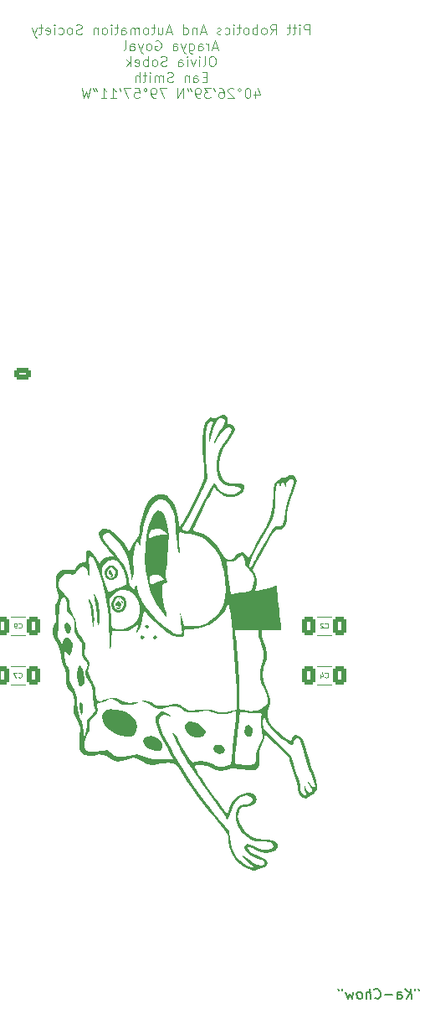
<source format=gbo>
G04 #@! TF.GenerationSoftware,KiCad,Pcbnew,9.0.0*
G04 #@! TF.CreationDate,2025-03-26T13:11:35-04:00*
G04 #@! TF.ProjectId,Gmouse,476d6f75-7365-42e6-9b69-6361645f7063,rev?*
G04 #@! TF.SameCoordinates,Original*
G04 #@! TF.FileFunction,Legend,Bot*
G04 #@! TF.FilePolarity,Positive*
%FSLAX46Y46*%
G04 Gerber Fmt 4.6, Leading zero omitted, Abs format (unit mm)*
G04 Created by KiCad (PCBNEW 9.0.0) date 2025-03-26 13:11:35*
%MOMM*%
%LPD*%
G01*
G04 APERTURE LIST*
G04 Aperture macros list*
%AMRoundRect*
0 Rectangle with rounded corners*
0 $1 Rounding radius*
0 $2 $3 $4 $5 $6 $7 $8 $9 X,Y pos of 4 corners*
0 Add a 4 corners polygon primitive as box body*
4,1,4,$2,$3,$4,$5,$6,$7,$8,$9,$2,$3,0*
0 Add four circle primitives for the rounded corners*
1,1,$1+$1,$2,$3*
1,1,$1+$1,$4,$5*
1,1,$1+$1,$6,$7*
1,1,$1+$1,$8,$9*
0 Add four rect primitives between the rounded corners*
20,1,$1+$1,$2,$3,$4,$5,0*
20,1,$1+$1,$4,$5,$6,$7,0*
20,1,$1+$1,$6,$7,$8,$9,0*
20,1,$1+$1,$8,$9,$2,$3,0*%
%AMRotRect*
0 Rectangle, with rotation*
0 The origin of the aperture is its center*
0 $1 length*
0 $2 width*
0 $3 Rotation angle, in degrees counterclockwise*
0 Add horizontal line*
21,1,$1,$2,0,0,$3*%
G04 Aperture macros list end*
%ADD10C,0.200000*%
%ADD11C,0.100000*%
%ADD12C,0.125000*%
%ADD13C,0.120000*%
%ADD14C,0.000000*%
%ADD15RoundRect,0.250000X0.625000X-0.350000X0.625000X0.350000X-0.625000X0.350000X-0.625000X-0.350000X0*%
%ADD16O,1.750000X1.200000*%
%ADD17R,1.800000X1.800000*%
%ADD18C,1.800000*%
%ADD19RotRect,1.800000X1.800000X225.000000*%
%ADD20R,1.397000X1.397000*%
%ADD21C,1.397000*%
%ADD22C,1.404000*%
%ADD23C,1.304000*%
%ADD24C,0.804000*%
%ADD25R,1.700000X1.700000*%
%ADD26O,1.700000X1.700000*%
%ADD27R,2.775000X2.775000*%
%ADD28C,2.775000*%
%ADD29RotRect,1.800000X1.800000X135.000000*%
%ADD30RoundRect,0.250000X-0.412500X-0.650000X0.412500X-0.650000X0.412500X0.650000X-0.412500X0.650000X0*%
G04 APERTURE END LIST*
D10*
X119058898Y-138167219D02*
X119082707Y-138357695D01*
X118677945Y-138167219D02*
X118701755Y-138357695D01*
X118374374Y-139167219D02*
X118249374Y-138167219D01*
X117802945Y-139167219D02*
X118160088Y-138595790D01*
X117677945Y-138167219D02*
X118320802Y-138738647D01*
X116945802Y-139167219D02*
X116880326Y-138643409D01*
X116880326Y-138643409D02*
X116916040Y-138548171D01*
X116916040Y-138548171D02*
X117005326Y-138500552D01*
X117005326Y-138500552D02*
X117195802Y-138500552D01*
X117195802Y-138500552D02*
X117296993Y-138548171D01*
X116939850Y-139119600D02*
X117041040Y-139167219D01*
X117041040Y-139167219D02*
X117279136Y-139167219D01*
X117279136Y-139167219D02*
X117368421Y-139119600D01*
X117368421Y-139119600D02*
X117404136Y-139024361D01*
X117404136Y-139024361D02*
X117392231Y-138929123D01*
X117392231Y-138929123D02*
X117332707Y-138833885D01*
X117332707Y-138833885D02*
X117231517Y-138786266D01*
X117231517Y-138786266D02*
X116993421Y-138786266D01*
X116993421Y-138786266D02*
X116892231Y-138738647D01*
X116421993Y-138786266D02*
X115660088Y-138786266D01*
X114648183Y-139071980D02*
X114701755Y-139119600D01*
X114701755Y-139119600D02*
X114850564Y-139167219D01*
X114850564Y-139167219D02*
X114945802Y-139167219D01*
X114945802Y-139167219D02*
X115082707Y-139119600D01*
X115082707Y-139119600D02*
X115166040Y-139024361D01*
X115166040Y-139024361D02*
X115201755Y-138929123D01*
X115201755Y-138929123D02*
X115225564Y-138738647D01*
X115225564Y-138738647D02*
X115207707Y-138595790D01*
X115207707Y-138595790D02*
X115136279Y-138405314D01*
X115136279Y-138405314D02*
X115076755Y-138310076D01*
X115076755Y-138310076D02*
X114969612Y-138214838D01*
X114969612Y-138214838D02*
X114820802Y-138167219D01*
X114820802Y-138167219D02*
X114725564Y-138167219D01*
X114725564Y-138167219D02*
X114588660Y-138214838D01*
X114588660Y-138214838D02*
X114546993Y-138262457D01*
X114231517Y-139167219D02*
X114106517Y-138167219D01*
X113802945Y-139167219D02*
X113737469Y-138643409D01*
X113737469Y-138643409D02*
X113773183Y-138548171D01*
X113773183Y-138548171D02*
X113862469Y-138500552D01*
X113862469Y-138500552D02*
X114005326Y-138500552D01*
X114005326Y-138500552D02*
X114106517Y-138548171D01*
X114106517Y-138548171D02*
X114160088Y-138595790D01*
X113183898Y-139167219D02*
X113273183Y-139119600D01*
X113273183Y-139119600D02*
X113314850Y-139071980D01*
X113314850Y-139071980D02*
X113350564Y-138976742D01*
X113350564Y-138976742D02*
X113314850Y-138691028D01*
X113314850Y-138691028D02*
X113255326Y-138595790D01*
X113255326Y-138595790D02*
X113201755Y-138548171D01*
X113201755Y-138548171D02*
X113100564Y-138500552D01*
X113100564Y-138500552D02*
X112957707Y-138500552D01*
X112957707Y-138500552D02*
X112868421Y-138548171D01*
X112868421Y-138548171D02*
X112826755Y-138595790D01*
X112826755Y-138595790D02*
X112791040Y-138691028D01*
X112791040Y-138691028D02*
X112826755Y-138976742D01*
X112826755Y-138976742D02*
X112886278Y-139071980D01*
X112886278Y-139071980D02*
X112939850Y-139119600D01*
X112939850Y-139119600D02*
X113041040Y-139167219D01*
X113041040Y-139167219D02*
X113183898Y-139167219D01*
X112433897Y-138500552D02*
X112326755Y-139167219D01*
X112326755Y-139167219D02*
X112076755Y-138691028D01*
X112076755Y-138691028D02*
X111945802Y-139167219D01*
X111945802Y-139167219D02*
X111671993Y-138500552D01*
X111296993Y-138167219D02*
X111320802Y-138357695D01*
X110916040Y-138167219D02*
X110939850Y-138357695D01*
D11*
X108000001Y-41732643D02*
X108000001Y-40732643D01*
X108000001Y-40732643D02*
X107619049Y-40732643D01*
X107619049Y-40732643D02*
X107523811Y-40780262D01*
X107523811Y-40780262D02*
X107476192Y-40827881D01*
X107476192Y-40827881D02*
X107428573Y-40923119D01*
X107428573Y-40923119D02*
X107428573Y-41065976D01*
X107428573Y-41065976D02*
X107476192Y-41161214D01*
X107476192Y-41161214D02*
X107523811Y-41208833D01*
X107523811Y-41208833D02*
X107619049Y-41256452D01*
X107619049Y-41256452D02*
X108000001Y-41256452D01*
X107000001Y-41732643D02*
X107000001Y-41065976D01*
X107000001Y-40732643D02*
X107047620Y-40780262D01*
X107047620Y-40780262D02*
X107000001Y-40827881D01*
X107000001Y-40827881D02*
X106952382Y-40780262D01*
X106952382Y-40780262D02*
X107000001Y-40732643D01*
X107000001Y-40732643D02*
X107000001Y-40827881D01*
X106666668Y-41065976D02*
X106285716Y-41065976D01*
X106523811Y-40732643D02*
X106523811Y-41589785D01*
X106523811Y-41589785D02*
X106476192Y-41685024D01*
X106476192Y-41685024D02*
X106380954Y-41732643D01*
X106380954Y-41732643D02*
X106285716Y-41732643D01*
X106095239Y-41065976D02*
X105714287Y-41065976D01*
X105952382Y-40732643D02*
X105952382Y-41589785D01*
X105952382Y-41589785D02*
X105904763Y-41685024D01*
X105904763Y-41685024D02*
X105809525Y-41732643D01*
X105809525Y-41732643D02*
X105714287Y-41732643D01*
X104047620Y-41732643D02*
X104380953Y-41256452D01*
X104619048Y-41732643D02*
X104619048Y-40732643D01*
X104619048Y-40732643D02*
X104238096Y-40732643D01*
X104238096Y-40732643D02*
X104142858Y-40780262D01*
X104142858Y-40780262D02*
X104095239Y-40827881D01*
X104095239Y-40827881D02*
X104047620Y-40923119D01*
X104047620Y-40923119D02*
X104047620Y-41065976D01*
X104047620Y-41065976D02*
X104095239Y-41161214D01*
X104095239Y-41161214D02*
X104142858Y-41208833D01*
X104142858Y-41208833D02*
X104238096Y-41256452D01*
X104238096Y-41256452D02*
X104619048Y-41256452D01*
X103476191Y-41732643D02*
X103571429Y-41685024D01*
X103571429Y-41685024D02*
X103619048Y-41637404D01*
X103619048Y-41637404D02*
X103666667Y-41542166D01*
X103666667Y-41542166D02*
X103666667Y-41256452D01*
X103666667Y-41256452D02*
X103619048Y-41161214D01*
X103619048Y-41161214D02*
X103571429Y-41113595D01*
X103571429Y-41113595D02*
X103476191Y-41065976D01*
X103476191Y-41065976D02*
X103333334Y-41065976D01*
X103333334Y-41065976D02*
X103238096Y-41113595D01*
X103238096Y-41113595D02*
X103190477Y-41161214D01*
X103190477Y-41161214D02*
X103142858Y-41256452D01*
X103142858Y-41256452D02*
X103142858Y-41542166D01*
X103142858Y-41542166D02*
X103190477Y-41637404D01*
X103190477Y-41637404D02*
X103238096Y-41685024D01*
X103238096Y-41685024D02*
X103333334Y-41732643D01*
X103333334Y-41732643D02*
X103476191Y-41732643D01*
X102714286Y-41732643D02*
X102714286Y-40732643D01*
X102714286Y-41113595D02*
X102619048Y-41065976D01*
X102619048Y-41065976D02*
X102428572Y-41065976D01*
X102428572Y-41065976D02*
X102333334Y-41113595D01*
X102333334Y-41113595D02*
X102285715Y-41161214D01*
X102285715Y-41161214D02*
X102238096Y-41256452D01*
X102238096Y-41256452D02*
X102238096Y-41542166D01*
X102238096Y-41542166D02*
X102285715Y-41637404D01*
X102285715Y-41637404D02*
X102333334Y-41685024D01*
X102333334Y-41685024D02*
X102428572Y-41732643D01*
X102428572Y-41732643D02*
X102619048Y-41732643D01*
X102619048Y-41732643D02*
X102714286Y-41685024D01*
X101666667Y-41732643D02*
X101761905Y-41685024D01*
X101761905Y-41685024D02*
X101809524Y-41637404D01*
X101809524Y-41637404D02*
X101857143Y-41542166D01*
X101857143Y-41542166D02*
X101857143Y-41256452D01*
X101857143Y-41256452D02*
X101809524Y-41161214D01*
X101809524Y-41161214D02*
X101761905Y-41113595D01*
X101761905Y-41113595D02*
X101666667Y-41065976D01*
X101666667Y-41065976D02*
X101523810Y-41065976D01*
X101523810Y-41065976D02*
X101428572Y-41113595D01*
X101428572Y-41113595D02*
X101380953Y-41161214D01*
X101380953Y-41161214D02*
X101333334Y-41256452D01*
X101333334Y-41256452D02*
X101333334Y-41542166D01*
X101333334Y-41542166D02*
X101380953Y-41637404D01*
X101380953Y-41637404D02*
X101428572Y-41685024D01*
X101428572Y-41685024D02*
X101523810Y-41732643D01*
X101523810Y-41732643D02*
X101666667Y-41732643D01*
X101047619Y-41065976D02*
X100666667Y-41065976D01*
X100904762Y-40732643D02*
X100904762Y-41589785D01*
X100904762Y-41589785D02*
X100857143Y-41685024D01*
X100857143Y-41685024D02*
X100761905Y-41732643D01*
X100761905Y-41732643D02*
X100666667Y-41732643D01*
X100333333Y-41732643D02*
X100333333Y-41065976D01*
X100333333Y-40732643D02*
X100380952Y-40780262D01*
X100380952Y-40780262D02*
X100333333Y-40827881D01*
X100333333Y-40827881D02*
X100285714Y-40780262D01*
X100285714Y-40780262D02*
X100333333Y-40732643D01*
X100333333Y-40732643D02*
X100333333Y-40827881D01*
X99428572Y-41685024D02*
X99523810Y-41732643D01*
X99523810Y-41732643D02*
X99714286Y-41732643D01*
X99714286Y-41732643D02*
X99809524Y-41685024D01*
X99809524Y-41685024D02*
X99857143Y-41637404D01*
X99857143Y-41637404D02*
X99904762Y-41542166D01*
X99904762Y-41542166D02*
X99904762Y-41256452D01*
X99904762Y-41256452D02*
X99857143Y-41161214D01*
X99857143Y-41161214D02*
X99809524Y-41113595D01*
X99809524Y-41113595D02*
X99714286Y-41065976D01*
X99714286Y-41065976D02*
X99523810Y-41065976D01*
X99523810Y-41065976D02*
X99428572Y-41113595D01*
X99047619Y-41685024D02*
X98952381Y-41732643D01*
X98952381Y-41732643D02*
X98761905Y-41732643D01*
X98761905Y-41732643D02*
X98666667Y-41685024D01*
X98666667Y-41685024D02*
X98619048Y-41589785D01*
X98619048Y-41589785D02*
X98619048Y-41542166D01*
X98619048Y-41542166D02*
X98666667Y-41446928D01*
X98666667Y-41446928D02*
X98761905Y-41399309D01*
X98761905Y-41399309D02*
X98904762Y-41399309D01*
X98904762Y-41399309D02*
X99000000Y-41351690D01*
X99000000Y-41351690D02*
X99047619Y-41256452D01*
X99047619Y-41256452D02*
X99047619Y-41208833D01*
X99047619Y-41208833D02*
X99000000Y-41113595D01*
X99000000Y-41113595D02*
X98904762Y-41065976D01*
X98904762Y-41065976D02*
X98761905Y-41065976D01*
X98761905Y-41065976D02*
X98666667Y-41113595D01*
X97476190Y-41446928D02*
X97000000Y-41446928D01*
X97571428Y-41732643D02*
X97238095Y-40732643D01*
X97238095Y-40732643D02*
X96904762Y-41732643D01*
X96571428Y-41065976D02*
X96571428Y-41732643D01*
X96571428Y-41161214D02*
X96523809Y-41113595D01*
X96523809Y-41113595D02*
X96428571Y-41065976D01*
X96428571Y-41065976D02*
X96285714Y-41065976D01*
X96285714Y-41065976D02*
X96190476Y-41113595D01*
X96190476Y-41113595D02*
X96142857Y-41208833D01*
X96142857Y-41208833D02*
X96142857Y-41732643D01*
X95238095Y-41732643D02*
X95238095Y-40732643D01*
X95238095Y-41685024D02*
X95333333Y-41732643D01*
X95333333Y-41732643D02*
X95523809Y-41732643D01*
X95523809Y-41732643D02*
X95619047Y-41685024D01*
X95619047Y-41685024D02*
X95666666Y-41637404D01*
X95666666Y-41637404D02*
X95714285Y-41542166D01*
X95714285Y-41542166D02*
X95714285Y-41256452D01*
X95714285Y-41256452D02*
X95666666Y-41161214D01*
X95666666Y-41161214D02*
X95619047Y-41113595D01*
X95619047Y-41113595D02*
X95523809Y-41065976D01*
X95523809Y-41065976D02*
X95333333Y-41065976D01*
X95333333Y-41065976D02*
X95238095Y-41113595D01*
X94047618Y-41446928D02*
X93571428Y-41446928D01*
X94142856Y-41732643D02*
X93809523Y-40732643D01*
X93809523Y-40732643D02*
X93476190Y-41732643D01*
X92714285Y-41065976D02*
X92714285Y-41732643D01*
X93142856Y-41065976D02*
X93142856Y-41589785D01*
X93142856Y-41589785D02*
X93095237Y-41685024D01*
X93095237Y-41685024D02*
X92999999Y-41732643D01*
X92999999Y-41732643D02*
X92857142Y-41732643D01*
X92857142Y-41732643D02*
X92761904Y-41685024D01*
X92761904Y-41685024D02*
X92714285Y-41637404D01*
X92380951Y-41065976D02*
X91999999Y-41065976D01*
X92238094Y-40732643D02*
X92238094Y-41589785D01*
X92238094Y-41589785D02*
X92190475Y-41685024D01*
X92190475Y-41685024D02*
X92095237Y-41732643D01*
X92095237Y-41732643D02*
X91999999Y-41732643D01*
X91523808Y-41732643D02*
X91619046Y-41685024D01*
X91619046Y-41685024D02*
X91666665Y-41637404D01*
X91666665Y-41637404D02*
X91714284Y-41542166D01*
X91714284Y-41542166D02*
X91714284Y-41256452D01*
X91714284Y-41256452D02*
X91666665Y-41161214D01*
X91666665Y-41161214D02*
X91619046Y-41113595D01*
X91619046Y-41113595D02*
X91523808Y-41065976D01*
X91523808Y-41065976D02*
X91380951Y-41065976D01*
X91380951Y-41065976D02*
X91285713Y-41113595D01*
X91285713Y-41113595D02*
X91238094Y-41161214D01*
X91238094Y-41161214D02*
X91190475Y-41256452D01*
X91190475Y-41256452D02*
X91190475Y-41542166D01*
X91190475Y-41542166D02*
X91238094Y-41637404D01*
X91238094Y-41637404D02*
X91285713Y-41685024D01*
X91285713Y-41685024D02*
X91380951Y-41732643D01*
X91380951Y-41732643D02*
X91523808Y-41732643D01*
X90761903Y-41732643D02*
X90761903Y-41065976D01*
X90761903Y-41161214D02*
X90714284Y-41113595D01*
X90714284Y-41113595D02*
X90619046Y-41065976D01*
X90619046Y-41065976D02*
X90476189Y-41065976D01*
X90476189Y-41065976D02*
X90380951Y-41113595D01*
X90380951Y-41113595D02*
X90333332Y-41208833D01*
X90333332Y-41208833D02*
X90333332Y-41732643D01*
X90333332Y-41208833D02*
X90285713Y-41113595D01*
X90285713Y-41113595D02*
X90190475Y-41065976D01*
X90190475Y-41065976D02*
X90047618Y-41065976D01*
X90047618Y-41065976D02*
X89952379Y-41113595D01*
X89952379Y-41113595D02*
X89904760Y-41208833D01*
X89904760Y-41208833D02*
X89904760Y-41732643D01*
X88999999Y-41732643D02*
X88999999Y-41208833D01*
X88999999Y-41208833D02*
X89047618Y-41113595D01*
X89047618Y-41113595D02*
X89142856Y-41065976D01*
X89142856Y-41065976D02*
X89333332Y-41065976D01*
X89333332Y-41065976D02*
X89428570Y-41113595D01*
X88999999Y-41685024D02*
X89095237Y-41732643D01*
X89095237Y-41732643D02*
X89333332Y-41732643D01*
X89333332Y-41732643D02*
X89428570Y-41685024D01*
X89428570Y-41685024D02*
X89476189Y-41589785D01*
X89476189Y-41589785D02*
X89476189Y-41494547D01*
X89476189Y-41494547D02*
X89428570Y-41399309D01*
X89428570Y-41399309D02*
X89333332Y-41351690D01*
X89333332Y-41351690D02*
X89095237Y-41351690D01*
X89095237Y-41351690D02*
X88999999Y-41304071D01*
X88666665Y-41065976D02*
X88285713Y-41065976D01*
X88523808Y-40732643D02*
X88523808Y-41589785D01*
X88523808Y-41589785D02*
X88476189Y-41685024D01*
X88476189Y-41685024D02*
X88380951Y-41732643D01*
X88380951Y-41732643D02*
X88285713Y-41732643D01*
X87952379Y-41732643D02*
X87952379Y-41065976D01*
X87952379Y-40732643D02*
X87999998Y-40780262D01*
X87999998Y-40780262D02*
X87952379Y-40827881D01*
X87952379Y-40827881D02*
X87904760Y-40780262D01*
X87904760Y-40780262D02*
X87952379Y-40732643D01*
X87952379Y-40732643D02*
X87952379Y-40827881D01*
X87333332Y-41732643D02*
X87428570Y-41685024D01*
X87428570Y-41685024D02*
X87476189Y-41637404D01*
X87476189Y-41637404D02*
X87523808Y-41542166D01*
X87523808Y-41542166D02*
X87523808Y-41256452D01*
X87523808Y-41256452D02*
X87476189Y-41161214D01*
X87476189Y-41161214D02*
X87428570Y-41113595D01*
X87428570Y-41113595D02*
X87333332Y-41065976D01*
X87333332Y-41065976D02*
X87190475Y-41065976D01*
X87190475Y-41065976D02*
X87095237Y-41113595D01*
X87095237Y-41113595D02*
X87047618Y-41161214D01*
X87047618Y-41161214D02*
X86999999Y-41256452D01*
X86999999Y-41256452D02*
X86999999Y-41542166D01*
X86999999Y-41542166D02*
X87047618Y-41637404D01*
X87047618Y-41637404D02*
X87095237Y-41685024D01*
X87095237Y-41685024D02*
X87190475Y-41732643D01*
X87190475Y-41732643D02*
X87333332Y-41732643D01*
X86571427Y-41065976D02*
X86571427Y-41732643D01*
X86571427Y-41161214D02*
X86523808Y-41113595D01*
X86523808Y-41113595D02*
X86428570Y-41065976D01*
X86428570Y-41065976D02*
X86285713Y-41065976D01*
X86285713Y-41065976D02*
X86190475Y-41113595D01*
X86190475Y-41113595D02*
X86142856Y-41208833D01*
X86142856Y-41208833D02*
X86142856Y-41732643D01*
X84952379Y-41685024D02*
X84809522Y-41732643D01*
X84809522Y-41732643D02*
X84571427Y-41732643D01*
X84571427Y-41732643D02*
X84476189Y-41685024D01*
X84476189Y-41685024D02*
X84428570Y-41637404D01*
X84428570Y-41637404D02*
X84380951Y-41542166D01*
X84380951Y-41542166D02*
X84380951Y-41446928D01*
X84380951Y-41446928D02*
X84428570Y-41351690D01*
X84428570Y-41351690D02*
X84476189Y-41304071D01*
X84476189Y-41304071D02*
X84571427Y-41256452D01*
X84571427Y-41256452D02*
X84761903Y-41208833D01*
X84761903Y-41208833D02*
X84857141Y-41161214D01*
X84857141Y-41161214D02*
X84904760Y-41113595D01*
X84904760Y-41113595D02*
X84952379Y-41018357D01*
X84952379Y-41018357D02*
X84952379Y-40923119D01*
X84952379Y-40923119D02*
X84904760Y-40827881D01*
X84904760Y-40827881D02*
X84857141Y-40780262D01*
X84857141Y-40780262D02*
X84761903Y-40732643D01*
X84761903Y-40732643D02*
X84523808Y-40732643D01*
X84523808Y-40732643D02*
X84380951Y-40780262D01*
X83809522Y-41732643D02*
X83904760Y-41685024D01*
X83904760Y-41685024D02*
X83952379Y-41637404D01*
X83952379Y-41637404D02*
X83999998Y-41542166D01*
X83999998Y-41542166D02*
X83999998Y-41256452D01*
X83999998Y-41256452D02*
X83952379Y-41161214D01*
X83952379Y-41161214D02*
X83904760Y-41113595D01*
X83904760Y-41113595D02*
X83809522Y-41065976D01*
X83809522Y-41065976D02*
X83666665Y-41065976D01*
X83666665Y-41065976D02*
X83571427Y-41113595D01*
X83571427Y-41113595D02*
X83523808Y-41161214D01*
X83523808Y-41161214D02*
X83476189Y-41256452D01*
X83476189Y-41256452D02*
X83476189Y-41542166D01*
X83476189Y-41542166D02*
X83523808Y-41637404D01*
X83523808Y-41637404D02*
X83571427Y-41685024D01*
X83571427Y-41685024D02*
X83666665Y-41732643D01*
X83666665Y-41732643D02*
X83809522Y-41732643D01*
X82619046Y-41685024D02*
X82714284Y-41732643D01*
X82714284Y-41732643D02*
X82904760Y-41732643D01*
X82904760Y-41732643D02*
X82999998Y-41685024D01*
X82999998Y-41685024D02*
X83047617Y-41637404D01*
X83047617Y-41637404D02*
X83095236Y-41542166D01*
X83095236Y-41542166D02*
X83095236Y-41256452D01*
X83095236Y-41256452D02*
X83047617Y-41161214D01*
X83047617Y-41161214D02*
X82999998Y-41113595D01*
X82999998Y-41113595D02*
X82904760Y-41065976D01*
X82904760Y-41065976D02*
X82714284Y-41065976D01*
X82714284Y-41065976D02*
X82619046Y-41113595D01*
X82190474Y-41732643D02*
X82190474Y-41065976D01*
X82190474Y-40732643D02*
X82238093Y-40780262D01*
X82238093Y-40780262D02*
X82190474Y-40827881D01*
X82190474Y-40827881D02*
X82142855Y-40780262D01*
X82142855Y-40780262D02*
X82190474Y-40732643D01*
X82190474Y-40732643D02*
X82190474Y-40827881D01*
X81333332Y-41685024D02*
X81428570Y-41732643D01*
X81428570Y-41732643D02*
X81619046Y-41732643D01*
X81619046Y-41732643D02*
X81714284Y-41685024D01*
X81714284Y-41685024D02*
X81761903Y-41589785D01*
X81761903Y-41589785D02*
X81761903Y-41208833D01*
X81761903Y-41208833D02*
X81714284Y-41113595D01*
X81714284Y-41113595D02*
X81619046Y-41065976D01*
X81619046Y-41065976D02*
X81428570Y-41065976D01*
X81428570Y-41065976D02*
X81333332Y-41113595D01*
X81333332Y-41113595D02*
X81285713Y-41208833D01*
X81285713Y-41208833D02*
X81285713Y-41304071D01*
X81285713Y-41304071D02*
X81761903Y-41399309D01*
X80999998Y-41065976D02*
X80619046Y-41065976D01*
X80857141Y-40732643D02*
X80857141Y-41589785D01*
X80857141Y-41589785D02*
X80809522Y-41685024D01*
X80809522Y-41685024D02*
X80714284Y-41732643D01*
X80714284Y-41732643D02*
X80619046Y-41732643D01*
X80380950Y-41065976D02*
X80142855Y-41732643D01*
X79904760Y-41065976D02*
X80142855Y-41732643D01*
X80142855Y-41732643D02*
X80238093Y-41970738D01*
X80238093Y-41970738D02*
X80285712Y-42018357D01*
X80285712Y-42018357D02*
X80380950Y-42065976D01*
X98714286Y-43056872D02*
X98238096Y-43056872D01*
X98809524Y-43342587D02*
X98476191Y-42342587D01*
X98476191Y-42342587D02*
X98142858Y-43342587D01*
X97809524Y-43342587D02*
X97809524Y-42675920D01*
X97809524Y-42866396D02*
X97761905Y-42771158D01*
X97761905Y-42771158D02*
X97714286Y-42723539D01*
X97714286Y-42723539D02*
X97619048Y-42675920D01*
X97619048Y-42675920D02*
X97523810Y-42675920D01*
X96761905Y-43342587D02*
X96761905Y-42818777D01*
X96761905Y-42818777D02*
X96809524Y-42723539D01*
X96809524Y-42723539D02*
X96904762Y-42675920D01*
X96904762Y-42675920D02*
X97095238Y-42675920D01*
X97095238Y-42675920D02*
X97190476Y-42723539D01*
X96761905Y-43294968D02*
X96857143Y-43342587D01*
X96857143Y-43342587D02*
X97095238Y-43342587D01*
X97095238Y-43342587D02*
X97190476Y-43294968D01*
X97190476Y-43294968D02*
X97238095Y-43199729D01*
X97238095Y-43199729D02*
X97238095Y-43104491D01*
X97238095Y-43104491D02*
X97190476Y-43009253D01*
X97190476Y-43009253D02*
X97095238Y-42961634D01*
X97095238Y-42961634D02*
X96857143Y-42961634D01*
X96857143Y-42961634D02*
X96761905Y-42914015D01*
X95857143Y-42675920D02*
X95857143Y-43485444D01*
X95857143Y-43485444D02*
X95904762Y-43580682D01*
X95904762Y-43580682D02*
X95952381Y-43628301D01*
X95952381Y-43628301D02*
X96047619Y-43675920D01*
X96047619Y-43675920D02*
X96190476Y-43675920D01*
X96190476Y-43675920D02*
X96285714Y-43628301D01*
X95857143Y-43294968D02*
X95952381Y-43342587D01*
X95952381Y-43342587D02*
X96142857Y-43342587D01*
X96142857Y-43342587D02*
X96238095Y-43294968D01*
X96238095Y-43294968D02*
X96285714Y-43247348D01*
X96285714Y-43247348D02*
X96333333Y-43152110D01*
X96333333Y-43152110D02*
X96333333Y-42866396D01*
X96333333Y-42866396D02*
X96285714Y-42771158D01*
X96285714Y-42771158D02*
X96238095Y-42723539D01*
X96238095Y-42723539D02*
X96142857Y-42675920D01*
X96142857Y-42675920D02*
X95952381Y-42675920D01*
X95952381Y-42675920D02*
X95857143Y-42723539D01*
X95476190Y-42675920D02*
X95238095Y-43342587D01*
X95000000Y-42675920D02*
X95238095Y-43342587D01*
X95238095Y-43342587D02*
X95333333Y-43580682D01*
X95333333Y-43580682D02*
X95380952Y-43628301D01*
X95380952Y-43628301D02*
X95476190Y-43675920D01*
X94190476Y-43342587D02*
X94190476Y-42818777D01*
X94190476Y-42818777D02*
X94238095Y-42723539D01*
X94238095Y-42723539D02*
X94333333Y-42675920D01*
X94333333Y-42675920D02*
X94523809Y-42675920D01*
X94523809Y-42675920D02*
X94619047Y-42723539D01*
X94190476Y-43294968D02*
X94285714Y-43342587D01*
X94285714Y-43342587D02*
X94523809Y-43342587D01*
X94523809Y-43342587D02*
X94619047Y-43294968D01*
X94619047Y-43294968D02*
X94666666Y-43199729D01*
X94666666Y-43199729D02*
X94666666Y-43104491D01*
X94666666Y-43104491D02*
X94619047Y-43009253D01*
X94619047Y-43009253D02*
X94523809Y-42961634D01*
X94523809Y-42961634D02*
X94285714Y-42961634D01*
X94285714Y-42961634D02*
X94190476Y-42914015D01*
X92428571Y-42390206D02*
X92523809Y-42342587D01*
X92523809Y-42342587D02*
X92666666Y-42342587D01*
X92666666Y-42342587D02*
X92809523Y-42390206D01*
X92809523Y-42390206D02*
X92904761Y-42485444D01*
X92904761Y-42485444D02*
X92952380Y-42580682D01*
X92952380Y-42580682D02*
X92999999Y-42771158D01*
X92999999Y-42771158D02*
X92999999Y-42914015D01*
X92999999Y-42914015D02*
X92952380Y-43104491D01*
X92952380Y-43104491D02*
X92904761Y-43199729D01*
X92904761Y-43199729D02*
X92809523Y-43294968D01*
X92809523Y-43294968D02*
X92666666Y-43342587D01*
X92666666Y-43342587D02*
X92571428Y-43342587D01*
X92571428Y-43342587D02*
X92428571Y-43294968D01*
X92428571Y-43294968D02*
X92380952Y-43247348D01*
X92380952Y-43247348D02*
X92380952Y-42914015D01*
X92380952Y-42914015D02*
X92571428Y-42914015D01*
X91809523Y-43342587D02*
X91904761Y-43294968D01*
X91904761Y-43294968D02*
X91952380Y-43247348D01*
X91952380Y-43247348D02*
X91999999Y-43152110D01*
X91999999Y-43152110D02*
X91999999Y-42866396D01*
X91999999Y-42866396D02*
X91952380Y-42771158D01*
X91952380Y-42771158D02*
X91904761Y-42723539D01*
X91904761Y-42723539D02*
X91809523Y-42675920D01*
X91809523Y-42675920D02*
X91666666Y-42675920D01*
X91666666Y-42675920D02*
X91571428Y-42723539D01*
X91571428Y-42723539D02*
X91523809Y-42771158D01*
X91523809Y-42771158D02*
X91476190Y-42866396D01*
X91476190Y-42866396D02*
X91476190Y-43152110D01*
X91476190Y-43152110D02*
X91523809Y-43247348D01*
X91523809Y-43247348D02*
X91571428Y-43294968D01*
X91571428Y-43294968D02*
X91666666Y-43342587D01*
X91666666Y-43342587D02*
X91809523Y-43342587D01*
X91142856Y-42675920D02*
X90904761Y-43342587D01*
X90666666Y-42675920D02*
X90904761Y-43342587D01*
X90904761Y-43342587D02*
X90999999Y-43580682D01*
X90999999Y-43580682D02*
X91047618Y-43628301D01*
X91047618Y-43628301D02*
X91142856Y-43675920D01*
X89857142Y-43342587D02*
X89857142Y-42818777D01*
X89857142Y-42818777D02*
X89904761Y-42723539D01*
X89904761Y-42723539D02*
X89999999Y-42675920D01*
X89999999Y-42675920D02*
X90190475Y-42675920D01*
X90190475Y-42675920D02*
X90285713Y-42723539D01*
X89857142Y-43294968D02*
X89952380Y-43342587D01*
X89952380Y-43342587D02*
X90190475Y-43342587D01*
X90190475Y-43342587D02*
X90285713Y-43294968D01*
X90285713Y-43294968D02*
X90333332Y-43199729D01*
X90333332Y-43199729D02*
X90333332Y-43104491D01*
X90333332Y-43104491D02*
X90285713Y-43009253D01*
X90285713Y-43009253D02*
X90190475Y-42961634D01*
X90190475Y-42961634D02*
X89952380Y-42961634D01*
X89952380Y-42961634D02*
X89857142Y-42914015D01*
X89238094Y-43342587D02*
X89333332Y-43294968D01*
X89333332Y-43294968D02*
X89380951Y-43199729D01*
X89380951Y-43199729D02*
X89380951Y-42342587D01*
X98261904Y-43952531D02*
X98071428Y-43952531D01*
X98071428Y-43952531D02*
X97976190Y-44000150D01*
X97976190Y-44000150D02*
X97880952Y-44095388D01*
X97880952Y-44095388D02*
X97833333Y-44285864D01*
X97833333Y-44285864D02*
X97833333Y-44619197D01*
X97833333Y-44619197D02*
X97880952Y-44809673D01*
X97880952Y-44809673D02*
X97976190Y-44904912D01*
X97976190Y-44904912D02*
X98071428Y-44952531D01*
X98071428Y-44952531D02*
X98261904Y-44952531D01*
X98261904Y-44952531D02*
X98357142Y-44904912D01*
X98357142Y-44904912D02*
X98452380Y-44809673D01*
X98452380Y-44809673D02*
X98499999Y-44619197D01*
X98499999Y-44619197D02*
X98499999Y-44285864D01*
X98499999Y-44285864D02*
X98452380Y-44095388D01*
X98452380Y-44095388D02*
X98357142Y-44000150D01*
X98357142Y-44000150D02*
X98261904Y-43952531D01*
X97261904Y-44952531D02*
X97357142Y-44904912D01*
X97357142Y-44904912D02*
X97404761Y-44809673D01*
X97404761Y-44809673D02*
X97404761Y-43952531D01*
X96880951Y-44952531D02*
X96880951Y-44285864D01*
X96880951Y-43952531D02*
X96928570Y-44000150D01*
X96928570Y-44000150D02*
X96880951Y-44047769D01*
X96880951Y-44047769D02*
X96833332Y-44000150D01*
X96833332Y-44000150D02*
X96880951Y-43952531D01*
X96880951Y-43952531D02*
X96880951Y-44047769D01*
X96499999Y-44285864D02*
X96261904Y-44952531D01*
X96261904Y-44952531D02*
X96023809Y-44285864D01*
X95642856Y-44952531D02*
X95642856Y-44285864D01*
X95642856Y-43952531D02*
X95690475Y-44000150D01*
X95690475Y-44000150D02*
X95642856Y-44047769D01*
X95642856Y-44047769D02*
X95595237Y-44000150D01*
X95595237Y-44000150D02*
X95642856Y-43952531D01*
X95642856Y-43952531D02*
X95642856Y-44047769D01*
X94738095Y-44952531D02*
X94738095Y-44428721D01*
X94738095Y-44428721D02*
X94785714Y-44333483D01*
X94785714Y-44333483D02*
X94880952Y-44285864D01*
X94880952Y-44285864D02*
X95071428Y-44285864D01*
X95071428Y-44285864D02*
X95166666Y-44333483D01*
X94738095Y-44904912D02*
X94833333Y-44952531D01*
X94833333Y-44952531D02*
X95071428Y-44952531D01*
X95071428Y-44952531D02*
X95166666Y-44904912D01*
X95166666Y-44904912D02*
X95214285Y-44809673D01*
X95214285Y-44809673D02*
X95214285Y-44714435D01*
X95214285Y-44714435D02*
X95166666Y-44619197D01*
X95166666Y-44619197D02*
X95071428Y-44571578D01*
X95071428Y-44571578D02*
X94833333Y-44571578D01*
X94833333Y-44571578D02*
X94738095Y-44523959D01*
X93547618Y-44904912D02*
X93404761Y-44952531D01*
X93404761Y-44952531D02*
X93166666Y-44952531D01*
X93166666Y-44952531D02*
X93071428Y-44904912D01*
X93071428Y-44904912D02*
X93023809Y-44857292D01*
X93023809Y-44857292D02*
X92976190Y-44762054D01*
X92976190Y-44762054D02*
X92976190Y-44666816D01*
X92976190Y-44666816D02*
X93023809Y-44571578D01*
X93023809Y-44571578D02*
X93071428Y-44523959D01*
X93071428Y-44523959D02*
X93166666Y-44476340D01*
X93166666Y-44476340D02*
X93357142Y-44428721D01*
X93357142Y-44428721D02*
X93452380Y-44381102D01*
X93452380Y-44381102D02*
X93499999Y-44333483D01*
X93499999Y-44333483D02*
X93547618Y-44238245D01*
X93547618Y-44238245D02*
X93547618Y-44143007D01*
X93547618Y-44143007D02*
X93499999Y-44047769D01*
X93499999Y-44047769D02*
X93452380Y-44000150D01*
X93452380Y-44000150D02*
X93357142Y-43952531D01*
X93357142Y-43952531D02*
X93119047Y-43952531D01*
X93119047Y-43952531D02*
X92976190Y-44000150D01*
X92404761Y-44952531D02*
X92499999Y-44904912D01*
X92499999Y-44904912D02*
X92547618Y-44857292D01*
X92547618Y-44857292D02*
X92595237Y-44762054D01*
X92595237Y-44762054D02*
X92595237Y-44476340D01*
X92595237Y-44476340D02*
X92547618Y-44381102D01*
X92547618Y-44381102D02*
X92499999Y-44333483D01*
X92499999Y-44333483D02*
X92404761Y-44285864D01*
X92404761Y-44285864D02*
X92261904Y-44285864D01*
X92261904Y-44285864D02*
X92166666Y-44333483D01*
X92166666Y-44333483D02*
X92119047Y-44381102D01*
X92119047Y-44381102D02*
X92071428Y-44476340D01*
X92071428Y-44476340D02*
X92071428Y-44762054D01*
X92071428Y-44762054D02*
X92119047Y-44857292D01*
X92119047Y-44857292D02*
X92166666Y-44904912D01*
X92166666Y-44904912D02*
X92261904Y-44952531D01*
X92261904Y-44952531D02*
X92404761Y-44952531D01*
X91642856Y-44952531D02*
X91642856Y-43952531D01*
X91642856Y-44333483D02*
X91547618Y-44285864D01*
X91547618Y-44285864D02*
X91357142Y-44285864D01*
X91357142Y-44285864D02*
X91261904Y-44333483D01*
X91261904Y-44333483D02*
X91214285Y-44381102D01*
X91214285Y-44381102D02*
X91166666Y-44476340D01*
X91166666Y-44476340D02*
X91166666Y-44762054D01*
X91166666Y-44762054D02*
X91214285Y-44857292D01*
X91214285Y-44857292D02*
X91261904Y-44904912D01*
X91261904Y-44904912D02*
X91357142Y-44952531D01*
X91357142Y-44952531D02*
X91547618Y-44952531D01*
X91547618Y-44952531D02*
X91642856Y-44904912D01*
X90357142Y-44904912D02*
X90452380Y-44952531D01*
X90452380Y-44952531D02*
X90642856Y-44952531D01*
X90642856Y-44952531D02*
X90738094Y-44904912D01*
X90738094Y-44904912D02*
X90785713Y-44809673D01*
X90785713Y-44809673D02*
X90785713Y-44428721D01*
X90785713Y-44428721D02*
X90738094Y-44333483D01*
X90738094Y-44333483D02*
X90642856Y-44285864D01*
X90642856Y-44285864D02*
X90452380Y-44285864D01*
X90452380Y-44285864D02*
X90357142Y-44333483D01*
X90357142Y-44333483D02*
X90309523Y-44428721D01*
X90309523Y-44428721D02*
X90309523Y-44523959D01*
X90309523Y-44523959D02*
X90785713Y-44619197D01*
X89880951Y-44952531D02*
X89880951Y-43952531D01*
X89785713Y-44571578D02*
X89499999Y-44952531D01*
X89499999Y-44285864D02*
X89880951Y-44666816D01*
X97619047Y-46038665D02*
X97285714Y-46038665D01*
X97142857Y-46562475D02*
X97619047Y-46562475D01*
X97619047Y-46562475D02*
X97619047Y-45562475D01*
X97619047Y-45562475D02*
X97142857Y-45562475D01*
X96285714Y-46562475D02*
X96285714Y-46038665D01*
X96285714Y-46038665D02*
X96333333Y-45943427D01*
X96333333Y-45943427D02*
X96428571Y-45895808D01*
X96428571Y-45895808D02*
X96619047Y-45895808D01*
X96619047Y-45895808D02*
X96714285Y-45943427D01*
X96285714Y-46514856D02*
X96380952Y-46562475D01*
X96380952Y-46562475D02*
X96619047Y-46562475D01*
X96619047Y-46562475D02*
X96714285Y-46514856D01*
X96714285Y-46514856D02*
X96761904Y-46419617D01*
X96761904Y-46419617D02*
X96761904Y-46324379D01*
X96761904Y-46324379D02*
X96714285Y-46229141D01*
X96714285Y-46229141D02*
X96619047Y-46181522D01*
X96619047Y-46181522D02*
X96380952Y-46181522D01*
X96380952Y-46181522D02*
X96285714Y-46133903D01*
X95809523Y-45895808D02*
X95809523Y-46562475D01*
X95809523Y-45991046D02*
X95761904Y-45943427D01*
X95761904Y-45943427D02*
X95666666Y-45895808D01*
X95666666Y-45895808D02*
X95523809Y-45895808D01*
X95523809Y-45895808D02*
X95428571Y-45943427D01*
X95428571Y-45943427D02*
X95380952Y-46038665D01*
X95380952Y-46038665D02*
X95380952Y-46562475D01*
X94190475Y-46514856D02*
X94047618Y-46562475D01*
X94047618Y-46562475D02*
X93809523Y-46562475D01*
X93809523Y-46562475D02*
X93714285Y-46514856D01*
X93714285Y-46514856D02*
X93666666Y-46467236D01*
X93666666Y-46467236D02*
X93619047Y-46371998D01*
X93619047Y-46371998D02*
X93619047Y-46276760D01*
X93619047Y-46276760D02*
X93666666Y-46181522D01*
X93666666Y-46181522D02*
X93714285Y-46133903D01*
X93714285Y-46133903D02*
X93809523Y-46086284D01*
X93809523Y-46086284D02*
X93999999Y-46038665D01*
X93999999Y-46038665D02*
X94095237Y-45991046D01*
X94095237Y-45991046D02*
X94142856Y-45943427D01*
X94142856Y-45943427D02*
X94190475Y-45848189D01*
X94190475Y-45848189D02*
X94190475Y-45752951D01*
X94190475Y-45752951D02*
X94142856Y-45657713D01*
X94142856Y-45657713D02*
X94095237Y-45610094D01*
X94095237Y-45610094D02*
X93999999Y-45562475D01*
X93999999Y-45562475D02*
X93761904Y-45562475D01*
X93761904Y-45562475D02*
X93619047Y-45610094D01*
X93190475Y-46562475D02*
X93190475Y-45895808D01*
X93190475Y-45991046D02*
X93142856Y-45943427D01*
X93142856Y-45943427D02*
X93047618Y-45895808D01*
X93047618Y-45895808D02*
X92904761Y-45895808D01*
X92904761Y-45895808D02*
X92809523Y-45943427D01*
X92809523Y-45943427D02*
X92761904Y-46038665D01*
X92761904Y-46038665D02*
X92761904Y-46562475D01*
X92761904Y-46038665D02*
X92714285Y-45943427D01*
X92714285Y-45943427D02*
X92619047Y-45895808D01*
X92619047Y-45895808D02*
X92476190Y-45895808D01*
X92476190Y-45895808D02*
X92380951Y-45943427D01*
X92380951Y-45943427D02*
X92333332Y-46038665D01*
X92333332Y-46038665D02*
X92333332Y-46562475D01*
X91857142Y-46562475D02*
X91857142Y-45895808D01*
X91857142Y-45562475D02*
X91904761Y-45610094D01*
X91904761Y-45610094D02*
X91857142Y-45657713D01*
X91857142Y-45657713D02*
X91809523Y-45610094D01*
X91809523Y-45610094D02*
X91857142Y-45562475D01*
X91857142Y-45562475D02*
X91857142Y-45657713D01*
X91523809Y-45895808D02*
X91142857Y-45895808D01*
X91380952Y-45562475D02*
X91380952Y-46419617D01*
X91380952Y-46419617D02*
X91333333Y-46514856D01*
X91333333Y-46514856D02*
X91238095Y-46562475D01*
X91238095Y-46562475D02*
X91142857Y-46562475D01*
X90809523Y-46562475D02*
X90809523Y-45562475D01*
X90380952Y-46562475D02*
X90380952Y-46038665D01*
X90380952Y-46038665D02*
X90428571Y-45943427D01*
X90428571Y-45943427D02*
X90523809Y-45895808D01*
X90523809Y-45895808D02*
X90666666Y-45895808D01*
X90666666Y-45895808D02*
X90761904Y-45943427D01*
X90761904Y-45943427D02*
X90809523Y-45991046D01*
X102523809Y-47505752D02*
X102523809Y-48172419D01*
X102761904Y-47124800D02*
X102999999Y-47839085D01*
X102999999Y-47839085D02*
X102380952Y-47839085D01*
X101809523Y-47172419D02*
X101714285Y-47172419D01*
X101714285Y-47172419D02*
X101619047Y-47220038D01*
X101619047Y-47220038D02*
X101571428Y-47267657D01*
X101571428Y-47267657D02*
X101523809Y-47362895D01*
X101523809Y-47362895D02*
X101476190Y-47553371D01*
X101476190Y-47553371D02*
X101476190Y-47791466D01*
X101476190Y-47791466D02*
X101523809Y-47981942D01*
X101523809Y-47981942D02*
X101571428Y-48077180D01*
X101571428Y-48077180D02*
X101619047Y-48124800D01*
X101619047Y-48124800D02*
X101714285Y-48172419D01*
X101714285Y-48172419D02*
X101809523Y-48172419D01*
X101809523Y-48172419D02*
X101904761Y-48124800D01*
X101904761Y-48124800D02*
X101952380Y-48077180D01*
X101952380Y-48077180D02*
X101999999Y-47981942D01*
X101999999Y-47981942D02*
X102047618Y-47791466D01*
X102047618Y-47791466D02*
X102047618Y-47553371D01*
X102047618Y-47553371D02*
X101999999Y-47362895D01*
X101999999Y-47362895D02*
X101952380Y-47267657D01*
X101952380Y-47267657D02*
X101904761Y-47220038D01*
X101904761Y-47220038D02*
X101809523Y-47172419D01*
X100904761Y-47172419D02*
X100999999Y-47220038D01*
X100999999Y-47220038D02*
X101047618Y-47315276D01*
X101047618Y-47315276D02*
X100999999Y-47410514D01*
X100999999Y-47410514D02*
X100904761Y-47458133D01*
X100904761Y-47458133D02*
X100809523Y-47410514D01*
X100809523Y-47410514D02*
X100761904Y-47315276D01*
X100761904Y-47315276D02*
X100809523Y-47220038D01*
X100809523Y-47220038D02*
X100904761Y-47172419D01*
X100333332Y-47267657D02*
X100285713Y-47220038D01*
X100285713Y-47220038D02*
X100190475Y-47172419D01*
X100190475Y-47172419D02*
X99952380Y-47172419D01*
X99952380Y-47172419D02*
X99857142Y-47220038D01*
X99857142Y-47220038D02*
X99809523Y-47267657D01*
X99809523Y-47267657D02*
X99761904Y-47362895D01*
X99761904Y-47362895D02*
X99761904Y-47458133D01*
X99761904Y-47458133D02*
X99809523Y-47600990D01*
X99809523Y-47600990D02*
X100380951Y-48172419D01*
X100380951Y-48172419D02*
X99761904Y-48172419D01*
X98904761Y-47172419D02*
X99095237Y-47172419D01*
X99095237Y-47172419D02*
X99190475Y-47220038D01*
X99190475Y-47220038D02*
X99238094Y-47267657D01*
X99238094Y-47267657D02*
X99333332Y-47410514D01*
X99333332Y-47410514D02*
X99380951Y-47600990D01*
X99380951Y-47600990D02*
X99380951Y-47981942D01*
X99380951Y-47981942D02*
X99333332Y-48077180D01*
X99333332Y-48077180D02*
X99285713Y-48124800D01*
X99285713Y-48124800D02*
X99190475Y-48172419D01*
X99190475Y-48172419D02*
X98999999Y-48172419D01*
X98999999Y-48172419D02*
X98904761Y-48124800D01*
X98904761Y-48124800D02*
X98857142Y-48077180D01*
X98857142Y-48077180D02*
X98809523Y-47981942D01*
X98809523Y-47981942D02*
X98809523Y-47743847D01*
X98809523Y-47743847D02*
X98857142Y-47648609D01*
X98857142Y-47648609D02*
X98904761Y-47600990D01*
X98904761Y-47600990D02*
X98999999Y-47553371D01*
X98999999Y-47553371D02*
X99190475Y-47553371D01*
X99190475Y-47553371D02*
X99285713Y-47600990D01*
X99285713Y-47600990D02*
X99333332Y-47648609D01*
X99333332Y-47648609D02*
X99380951Y-47743847D01*
X98285713Y-47172419D02*
X98428570Y-47458133D01*
X97999999Y-47172419D02*
X97380952Y-47172419D01*
X97380952Y-47172419D02*
X97714285Y-47553371D01*
X97714285Y-47553371D02*
X97571428Y-47553371D01*
X97571428Y-47553371D02*
X97476190Y-47600990D01*
X97476190Y-47600990D02*
X97428571Y-47648609D01*
X97428571Y-47648609D02*
X97380952Y-47743847D01*
X97380952Y-47743847D02*
X97380952Y-47981942D01*
X97380952Y-47981942D02*
X97428571Y-48077180D01*
X97428571Y-48077180D02*
X97476190Y-48124800D01*
X97476190Y-48124800D02*
X97571428Y-48172419D01*
X97571428Y-48172419D02*
X97857142Y-48172419D01*
X97857142Y-48172419D02*
X97952380Y-48124800D01*
X97952380Y-48124800D02*
X97999999Y-48077180D01*
X96904761Y-48172419D02*
X96714285Y-48172419D01*
X96714285Y-48172419D02*
X96619047Y-48124800D01*
X96619047Y-48124800D02*
X96571428Y-48077180D01*
X96571428Y-48077180D02*
X96476190Y-47934323D01*
X96476190Y-47934323D02*
X96428571Y-47743847D01*
X96428571Y-47743847D02*
X96428571Y-47362895D01*
X96428571Y-47362895D02*
X96476190Y-47267657D01*
X96476190Y-47267657D02*
X96523809Y-47220038D01*
X96523809Y-47220038D02*
X96619047Y-47172419D01*
X96619047Y-47172419D02*
X96809523Y-47172419D01*
X96809523Y-47172419D02*
X96904761Y-47220038D01*
X96904761Y-47220038D02*
X96952380Y-47267657D01*
X96952380Y-47267657D02*
X96999999Y-47362895D01*
X96999999Y-47362895D02*
X96999999Y-47600990D01*
X96999999Y-47600990D02*
X96952380Y-47696228D01*
X96952380Y-47696228D02*
X96904761Y-47743847D01*
X96904761Y-47743847D02*
X96809523Y-47791466D01*
X96809523Y-47791466D02*
X96619047Y-47791466D01*
X96619047Y-47791466D02*
X96523809Y-47743847D01*
X96523809Y-47743847D02*
X96476190Y-47696228D01*
X96476190Y-47696228D02*
X96428571Y-47600990D01*
X95904761Y-47172419D02*
X96047618Y-47458133D01*
X95619047Y-47172419D02*
X95761904Y-47458133D01*
X95238094Y-48172419D02*
X95238094Y-47172419D01*
X95238094Y-47172419D02*
X94666666Y-48172419D01*
X94666666Y-48172419D02*
X94666666Y-47172419D01*
X93523808Y-47172419D02*
X92857142Y-47172419D01*
X92857142Y-47172419D02*
X93285713Y-48172419D01*
X92428570Y-48172419D02*
X92238094Y-48172419D01*
X92238094Y-48172419D02*
X92142856Y-48124800D01*
X92142856Y-48124800D02*
X92095237Y-48077180D01*
X92095237Y-48077180D02*
X91999999Y-47934323D01*
X91999999Y-47934323D02*
X91952380Y-47743847D01*
X91952380Y-47743847D02*
X91952380Y-47362895D01*
X91952380Y-47362895D02*
X91999999Y-47267657D01*
X91999999Y-47267657D02*
X92047618Y-47220038D01*
X92047618Y-47220038D02*
X92142856Y-47172419D01*
X92142856Y-47172419D02*
X92333332Y-47172419D01*
X92333332Y-47172419D02*
X92428570Y-47220038D01*
X92428570Y-47220038D02*
X92476189Y-47267657D01*
X92476189Y-47267657D02*
X92523808Y-47362895D01*
X92523808Y-47362895D02*
X92523808Y-47600990D01*
X92523808Y-47600990D02*
X92476189Y-47696228D01*
X92476189Y-47696228D02*
X92428570Y-47743847D01*
X92428570Y-47743847D02*
X92333332Y-47791466D01*
X92333332Y-47791466D02*
X92142856Y-47791466D01*
X92142856Y-47791466D02*
X92047618Y-47743847D01*
X92047618Y-47743847D02*
X91999999Y-47696228D01*
X91999999Y-47696228D02*
X91952380Y-47600990D01*
X91380951Y-47172419D02*
X91476189Y-47220038D01*
X91476189Y-47220038D02*
X91523808Y-47315276D01*
X91523808Y-47315276D02*
X91476189Y-47410514D01*
X91476189Y-47410514D02*
X91380951Y-47458133D01*
X91380951Y-47458133D02*
X91285713Y-47410514D01*
X91285713Y-47410514D02*
X91238094Y-47315276D01*
X91238094Y-47315276D02*
X91285713Y-47220038D01*
X91285713Y-47220038D02*
X91380951Y-47172419D01*
X90285713Y-47172419D02*
X90761903Y-47172419D01*
X90761903Y-47172419D02*
X90809522Y-47648609D01*
X90809522Y-47648609D02*
X90761903Y-47600990D01*
X90761903Y-47600990D02*
X90666665Y-47553371D01*
X90666665Y-47553371D02*
X90428570Y-47553371D01*
X90428570Y-47553371D02*
X90333332Y-47600990D01*
X90333332Y-47600990D02*
X90285713Y-47648609D01*
X90285713Y-47648609D02*
X90238094Y-47743847D01*
X90238094Y-47743847D02*
X90238094Y-47981942D01*
X90238094Y-47981942D02*
X90285713Y-48077180D01*
X90285713Y-48077180D02*
X90333332Y-48124800D01*
X90333332Y-48124800D02*
X90428570Y-48172419D01*
X90428570Y-48172419D02*
X90666665Y-48172419D01*
X90666665Y-48172419D02*
X90761903Y-48124800D01*
X90761903Y-48124800D02*
X90809522Y-48077180D01*
X89904760Y-47172419D02*
X89238094Y-47172419D01*
X89238094Y-47172419D02*
X89666665Y-48172419D01*
X88761903Y-47172419D02*
X88904760Y-47458133D01*
X87857142Y-48172419D02*
X88428570Y-48172419D01*
X88142856Y-48172419D02*
X88142856Y-47172419D01*
X88142856Y-47172419D02*
X88238094Y-47315276D01*
X88238094Y-47315276D02*
X88333332Y-47410514D01*
X88333332Y-47410514D02*
X88428570Y-47458133D01*
X86904761Y-48172419D02*
X87476189Y-48172419D01*
X87190475Y-48172419D02*
X87190475Y-47172419D01*
X87190475Y-47172419D02*
X87285713Y-47315276D01*
X87285713Y-47315276D02*
X87380951Y-47410514D01*
X87380951Y-47410514D02*
X87476189Y-47458133D01*
X86380951Y-47172419D02*
X86523808Y-47458133D01*
X86095237Y-47172419D02*
X86238094Y-47458133D01*
X85809522Y-47172419D02*
X85571427Y-48172419D01*
X85571427Y-48172419D02*
X85380951Y-47458133D01*
X85380951Y-47458133D02*
X85190475Y-48172419D01*
X85190475Y-48172419D02*
X84952380Y-47172419D01*
D12*
X109583333Y-106677190D02*
X109607142Y-106701000D01*
X109607142Y-106701000D02*
X109678571Y-106724809D01*
X109678571Y-106724809D02*
X109726190Y-106724809D01*
X109726190Y-106724809D02*
X109797618Y-106701000D01*
X109797618Y-106701000D02*
X109845237Y-106653380D01*
X109845237Y-106653380D02*
X109869047Y-106605761D01*
X109869047Y-106605761D02*
X109892856Y-106510523D01*
X109892856Y-106510523D02*
X109892856Y-106439095D01*
X109892856Y-106439095D02*
X109869047Y-106343857D01*
X109869047Y-106343857D02*
X109845237Y-106296238D01*
X109845237Y-106296238D02*
X109797618Y-106248619D01*
X109797618Y-106248619D02*
X109726190Y-106224809D01*
X109726190Y-106224809D02*
X109678571Y-106224809D01*
X109678571Y-106224809D02*
X109607142Y-106248619D01*
X109607142Y-106248619D02*
X109583333Y-106272428D01*
X109154761Y-106391476D02*
X109154761Y-106724809D01*
X109273809Y-106201000D02*
X109392856Y-106558142D01*
X109392856Y-106558142D02*
X109083333Y-106558142D01*
X78583333Y-101677190D02*
X78607142Y-101701000D01*
X78607142Y-101701000D02*
X78678571Y-101724809D01*
X78678571Y-101724809D02*
X78726190Y-101724809D01*
X78726190Y-101724809D02*
X78797618Y-101701000D01*
X78797618Y-101701000D02*
X78845237Y-101653380D01*
X78845237Y-101653380D02*
X78869047Y-101605761D01*
X78869047Y-101605761D02*
X78892856Y-101510523D01*
X78892856Y-101510523D02*
X78892856Y-101439095D01*
X78892856Y-101439095D02*
X78869047Y-101343857D01*
X78869047Y-101343857D02*
X78845237Y-101296238D01*
X78845237Y-101296238D02*
X78797618Y-101248619D01*
X78797618Y-101248619D02*
X78726190Y-101224809D01*
X78726190Y-101224809D02*
X78678571Y-101224809D01*
X78678571Y-101224809D02*
X78607142Y-101248619D01*
X78607142Y-101248619D02*
X78583333Y-101272428D01*
X78345237Y-101724809D02*
X78249999Y-101724809D01*
X78249999Y-101724809D02*
X78202380Y-101701000D01*
X78202380Y-101701000D02*
X78178571Y-101677190D01*
X78178571Y-101677190D02*
X78130952Y-101605761D01*
X78130952Y-101605761D02*
X78107142Y-101510523D01*
X78107142Y-101510523D02*
X78107142Y-101320047D01*
X78107142Y-101320047D02*
X78130952Y-101272428D01*
X78130952Y-101272428D02*
X78154761Y-101248619D01*
X78154761Y-101248619D02*
X78202380Y-101224809D01*
X78202380Y-101224809D02*
X78297618Y-101224809D01*
X78297618Y-101224809D02*
X78345237Y-101248619D01*
X78345237Y-101248619D02*
X78369047Y-101272428D01*
X78369047Y-101272428D02*
X78392856Y-101320047D01*
X78392856Y-101320047D02*
X78392856Y-101439095D01*
X78392856Y-101439095D02*
X78369047Y-101486714D01*
X78369047Y-101486714D02*
X78345237Y-101510523D01*
X78345237Y-101510523D02*
X78297618Y-101534333D01*
X78297618Y-101534333D02*
X78202380Y-101534333D01*
X78202380Y-101534333D02*
X78154761Y-101510523D01*
X78154761Y-101510523D02*
X78130952Y-101486714D01*
X78130952Y-101486714D02*
X78107142Y-101439095D01*
X78583333Y-106677190D02*
X78607142Y-106701000D01*
X78607142Y-106701000D02*
X78678571Y-106724809D01*
X78678571Y-106724809D02*
X78726190Y-106724809D01*
X78726190Y-106724809D02*
X78797618Y-106701000D01*
X78797618Y-106701000D02*
X78845237Y-106653380D01*
X78845237Y-106653380D02*
X78869047Y-106605761D01*
X78869047Y-106605761D02*
X78892856Y-106510523D01*
X78892856Y-106510523D02*
X78892856Y-106439095D01*
X78892856Y-106439095D02*
X78869047Y-106343857D01*
X78869047Y-106343857D02*
X78845237Y-106296238D01*
X78845237Y-106296238D02*
X78797618Y-106248619D01*
X78797618Y-106248619D02*
X78726190Y-106224809D01*
X78726190Y-106224809D02*
X78678571Y-106224809D01*
X78678571Y-106224809D02*
X78607142Y-106248619D01*
X78607142Y-106248619D02*
X78583333Y-106272428D01*
X78416666Y-106224809D02*
X78083333Y-106224809D01*
X78083333Y-106224809D02*
X78297618Y-106724809D01*
X109583333Y-101677190D02*
X109607142Y-101701000D01*
X109607142Y-101701000D02*
X109678571Y-101724809D01*
X109678571Y-101724809D02*
X109726190Y-101724809D01*
X109726190Y-101724809D02*
X109797618Y-101701000D01*
X109797618Y-101701000D02*
X109845237Y-101653380D01*
X109845237Y-101653380D02*
X109869047Y-101605761D01*
X109869047Y-101605761D02*
X109892856Y-101510523D01*
X109892856Y-101510523D02*
X109892856Y-101439095D01*
X109892856Y-101439095D02*
X109869047Y-101343857D01*
X109869047Y-101343857D02*
X109845237Y-101296238D01*
X109845237Y-101296238D02*
X109797618Y-101248619D01*
X109797618Y-101248619D02*
X109726190Y-101224809D01*
X109726190Y-101224809D02*
X109678571Y-101224809D01*
X109678571Y-101224809D02*
X109607142Y-101248619D01*
X109607142Y-101248619D02*
X109583333Y-101272428D01*
X109392856Y-101272428D02*
X109369047Y-101248619D01*
X109369047Y-101248619D02*
X109321428Y-101224809D01*
X109321428Y-101224809D02*
X109202380Y-101224809D01*
X109202380Y-101224809D02*
X109154761Y-101248619D01*
X109154761Y-101248619D02*
X109130952Y-101272428D01*
X109130952Y-101272428D02*
X109107142Y-101320047D01*
X109107142Y-101320047D02*
X109107142Y-101367666D01*
X109107142Y-101367666D02*
X109130952Y-101439095D01*
X109130952Y-101439095D02*
X109416666Y-101724809D01*
X109416666Y-101724809D02*
X109107142Y-101724809D01*
D13*
X108788748Y-105590000D02*
X110211252Y-105590000D01*
X108788748Y-107410000D02*
X110211252Y-107410000D01*
X77788748Y-100590000D02*
X79211252Y-100590000D01*
X77788748Y-102410000D02*
X79211252Y-102410000D01*
X77788748Y-105590000D02*
X79211252Y-105590000D01*
X77788748Y-107410000D02*
X79211252Y-107410000D01*
D14*
G36*
X88781823Y-98757405D02*
G01*
X88796724Y-98821936D01*
X88780814Y-98834927D01*
X88651994Y-98821936D01*
X88635012Y-98789287D01*
X88724359Y-98749572D01*
X88781823Y-98757405D01*
G37*
G36*
X89050000Y-98966666D02*
G01*
X89101176Y-99059650D01*
X89155223Y-99238033D01*
X89136009Y-99270643D01*
X89050000Y-99183760D01*
X88998824Y-99090776D01*
X88944777Y-98912392D01*
X88963990Y-98879782D01*
X89050000Y-98966666D01*
G37*
G36*
X91226670Y-102497985D02*
G01*
X91303724Y-102600594D01*
X91257192Y-102754756D01*
X91076261Y-102855180D01*
X90978143Y-102850239D01*
X90895299Y-102725903D01*
X90912341Y-102622672D01*
X91040328Y-102480133D01*
X91226670Y-102497985D01*
G37*
G36*
X92529234Y-102497985D02*
G01*
X92606289Y-102600594D01*
X92559756Y-102754756D01*
X92378826Y-102855180D01*
X92280707Y-102850239D01*
X92197863Y-102725903D01*
X92214906Y-102622672D01*
X92342892Y-102480133D01*
X92529234Y-102497985D01*
G37*
G36*
X91645670Y-101403128D02*
G01*
X91684606Y-101432578D01*
X91763675Y-101571794D01*
X91729338Y-101674195D01*
X91578034Y-101753366D01*
X91406867Y-101692592D01*
X91382475Y-101662817D01*
X91369064Y-101505293D01*
X91480128Y-101390448D01*
X91645670Y-101403128D01*
G37*
G36*
X84908914Y-109198044D02*
G01*
X85035433Y-109414315D01*
X85085614Y-109651209D01*
X85092077Y-109970734D01*
X85056650Y-110269247D01*
X84984129Y-110449916D01*
X84965003Y-110466444D01*
X84863777Y-110442088D01*
X84788875Y-110207051D01*
X84741825Y-109765645D01*
X84738846Y-109708607D01*
X84748930Y-109359179D01*
X84809516Y-109184328D01*
X84908914Y-109198044D01*
G37*
G36*
X102078103Y-111669128D02*
G01*
X102245692Y-111936529D01*
X102288217Y-112239018D01*
X102216069Y-112512110D01*
X102045146Y-112696770D01*
X101791346Y-112733962D01*
X101684435Y-112678178D01*
X101534791Y-112458035D01*
X101452559Y-112150498D01*
X101467097Y-111836801D01*
X101469033Y-111829243D01*
X101610336Y-111577767D01*
X101826913Y-111520676D01*
X102078103Y-111669128D01*
G37*
G36*
X83675146Y-101238713D02*
G01*
X83839458Y-101501491D01*
X83872423Y-101612646D01*
X83881008Y-101890275D01*
X83810881Y-102136677D01*
X83686289Y-102289925D01*
X83531480Y-102288089D01*
X83513992Y-102273947D01*
X83404223Y-102102609D01*
X83292827Y-101830490D01*
X83233979Y-101626110D01*
X83229022Y-101426326D01*
X83328765Y-101276423D01*
X83482302Y-101181329D01*
X83675146Y-101238713D01*
G37*
G36*
X87964068Y-95936240D02*
G01*
X88078221Y-96144444D01*
X88110623Y-96305506D01*
X88085907Y-96514530D01*
X87930987Y-96576969D01*
X87870106Y-96561853D01*
X87946569Y-96483482D01*
X87958089Y-96475968D01*
X88007197Y-96395582D01*
X87855718Y-96330017D01*
X87711273Y-96258016D01*
X87658071Y-96070727D01*
X87683774Y-95988117D01*
X87809912Y-95880153D01*
X87964068Y-95936240D01*
G37*
G36*
X99117579Y-113574898D02*
G01*
X99297378Y-113747274D01*
X99445864Y-114025678D01*
X99424671Y-114237072D01*
X99214191Y-114393236D01*
X99182852Y-114406359D01*
X98870587Y-114438340D01*
X98574449Y-114331805D01*
X98361055Y-114125592D01*
X98297021Y-113858536D01*
X98334363Y-113692051D01*
X98457052Y-113579520D01*
X98727507Y-113533164D01*
X98861182Y-113526508D01*
X99117579Y-113574898D01*
G37*
G36*
X84929774Y-105704155D02*
G01*
X85042154Y-105957674D01*
X85150046Y-106293589D01*
X85164654Y-106356350D01*
X85238434Y-106880574D01*
X85207245Y-107289633D01*
X85077180Y-107555569D01*
X84854333Y-107650426D01*
X84757448Y-107598010D01*
X84643475Y-107378972D01*
X84559119Y-107041440D01*
X84510465Y-106642270D01*
X84503597Y-106238317D01*
X84544599Y-105886439D01*
X84639557Y-105643491D01*
X84734348Y-105527129D01*
X84819438Y-105525827D01*
X84929774Y-105704155D01*
G37*
G36*
X92430896Y-112742893D02*
G01*
X92810724Y-112919921D01*
X93057543Y-113159185D01*
X93063278Y-113169258D01*
X93157747Y-113474898D01*
X93150974Y-113797996D01*
X93044530Y-114032991D01*
X92841845Y-114137084D01*
X92494673Y-114152753D01*
X92094842Y-114064610D01*
X91707384Y-113888205D01*
X91397329Y-113639090D01*
X91312918Y-113520852D01*
X91209554Y-113222527D01*
X91217894Y-112934510D01*
X91343055Y-112741453D01*
X91591534Y-112653345D01*
X91997890Y-112647551D01*
X92430896Y-112742893D01*
G37*
G36*
X96349289Y-111227635D02*
G01*
X96444929Y-111261189D01*
X96826448Y-111461717D01*
X97158471Y-111720949D01*
X97367179Y-111939720D01*
X97488810Y-112128228D01*
X97479581Y-112292369D01*
X97356378Y-112498486D01*
X97191184Y-112664210D01*
X96846665Y-112792009D01*
X96439228Y-112761867D01*
X96014226Y-112580176D01*
X95617013Y-112253329D01*
X95546908Y-112171999D01*
X95369435Y-111831530D01*
X95394509Y-111524497D01*
X95622014Y-111273546D01*
X95823334Y-111168404D01*
X96036520Y-111152452D01*
X96349289Y-111227635D01*
G37*
G36*
X85701605Y-98688756D02*
G01*
X85826788Y-98861864D01*
X85961058Y-99145425D01*
X86075949Y-99488321D01*
X86108047Y-99627782D01*
X86164036Y-99997809D01*
X86201438Y-100421098D01*
X86218735Y-100843896D01*
X86214407Y-101212447D01*
X86186936Y-101472998D01*
X86134805Y-101571794D01*
X86111133Y-101544608D01*
X86059966Y-101352074D01*
X86009256Y-101015316D01*
X85967140Y-100582360D01*
X85953197Y-100418116D01*
X85893590Y-99913923D01*
X85817965Y-99463482D01*
X85739279Y-99148351D01*
X85699412Y-99027749D01*
X85631272Y-98782944D01*
X85620108Y-98669777D01*
X85701605Y-98688756D01*
G37*
G36*
X88818315Y-99051492D02*
G01*
X88946593Y-99292877D01*
X88963539Y-99403638D01*
X88917006Y-99648153D01*
X88782179Y-99809359D01*
X88608598Y-99845511D01*
X88445804Y-99714866D01*
X88438231Y-99645647D01*
X88593084Y-99665008D01*
X88735803Y-99683320D01*
X88895851Y-99603917D01*
X88919295Y-99526167D01*
X88799915Y-99540487D01*
X88698809Y-99560326D01*
X88557514Y-99502889D01*
X88531123Y-99472320D01*
X88390394Y-99460272D01*
X88387580Y-99461931D01*
X88356524Y-99419686D01*
X88417246Y-99240716D01*
X88461286Y-99158373D01*
X88639401Y-99004968D01*
X88818315Y-99051492D01*
G37*
G36*
X86215181Y-98237512D02*
G01*
X86316871Y-98390754D01*
X86441781Y-98652074D01*
X86562602Y-98962145D01*
X86652025Y-99261642D01*
X86652980Y-99265730D01*
X86699942Y-99563057D01*
X86733447Y-99958445D01*
X86752901Y-100399479D01*
X86757707Y-100833746D01*
X86747270Y-101208830D01*
X86720993Y-101472317D01*
X86678282Y-101571794D01*
X86650175Y-101530699D01*
X86601731Y-101317255D01*
X86554817Y-100962686D01*
X86516535Y-100513461D01*
X86500792Y-100304934D01*
X86443077Y-99753913D01*
X86369469Y-99242062D01*
X86292024Y-98858265D01*
X86230008Y-98602340D01*
X86179082Y-98340398D01*
X86174400Y-98224032D01*
X86215181Y-98237512D01*
G37*
G36*
X88290505Y-109962156D02*
G01*
X88532984Y-109989265D01*
X89298279Y-110183283D01*
X89919629Y-110526393D01*
X90384682Y-111012399D01*
X90495824Y-111243983D01*
X90565574Y-111668456D01*
X90520435Y-112099827D01*
X90361944Y-112441606D01*
X90301900Y-112510294D01*
X90138107Y-112628292D01*
X89901576Y-112681480D01*
X89520705Y-112691092D01*
X88915809Y-112609277D01*
X88321944Y-112386941D01*
X87794584Y-112053940D01*
X87371335Y-111640008D01*
X87089807Y-111174882D01*
X86987607Y-110688295D01*
X86988963Y-110664790D01*
X87079673Y-110429745D01*
X87268948Y-110181440D01*
X87301104Y-110149605D01*
X87462673Y-110014441D01*
X87636150Y-109947865D01*
X87889454Y-109935297D01*
X88290505Y-109962156D01*
G37*
G36*
X88954560Y-98453763D02*
G01*
X89267094Y-98641025D01*
X89366721Y-98764640D01*
X89486250Y-99112581D01*
X89453332Y-99484143D01*
X89290813Y-99821340D01*
X89021541Y-100066182D01*
X88668362Y-100160683D01*
X88612866Y-100158948D01*
X88265435Y-100043093D01*
X88042945Y-99761669D01*
X87964530Y-99337066D01*
X87965033Y-99324643D01*
X88215940Y-99324643D01*
X88255725Y-99646131D01*
X88427422Y-99857532D01*
X88682772Y-99923304D01*
X88973518Y-99807905D01*
X89081336Y-99700271D01*
X89213223Y-99403911D01*
X89215069Y-99082954D01*
X89077230Y-98828488D01*
X88834929Y-98672112D01*
X88572636Y-98669896D01*
X88364166Y-98867968D01*
X88226527Y-99257747D01*
X88215940Y-99324643D01*
X87965033Y-99324643D01*
X87967994Y-99251519D01*
X88079511Y-98871139D01*
X88312974Y-98594360D01*
X88572636Y-98469736D01*
X88620588Y-98446722D01*
X88954560Y-98453763D01*
G37*
G36*
X88417308Y-95564258D02*
G01*
X88483727Y-95640073D01*
X88598929Y-95952422D01*
X88587437Y-96323369D01*
X88446836Y-96663026D01*
X88401186Y-96721007D01*
X88138732Y-96887580D01*
X87841757Y-96889566D01*
X87563597Y-96750608D01*
X87357588Y-96494353D01*
X87277065Y-96144444D01*
X87283318Y-96105059D01*
X87530342Y-96105059D01*
X87569932Y-96345179D01*
X87717254Y-96571300D01*
X87922963Y-96671651D01*
X88132888Y-96624657D01*
X88292857Y-96408745D01*
X88363207Y-96199873D01*
X88398718Y-96036583D01*
X88395516Y-96013099D01*
X88294262Y-95846993D01*
X88119427Y-95678641D01*
X87964530Y-95601708D01*
X87945725Y-95603259D01*
X87769277Y-95706839D01*
X87603656Y-95905592D01*
X87530342Y-96105059D01*
X87283318Y-96105059D01*
X87318551Y-95883137D01*
X87501432Y-95588143D01*
X87781369Y-95418424D01*
X87964530Y-95408744D01*
X88104586Y-95401342D01*
X88417308Y-95564258D01*
G37*
G36*
X92859443Y-89884868D02*
G01*
X93009024Y-89921423D01*
X93261447Y-90199208D01*
X93479633Y-90687143D01*
X93651335Y-91384652D01*
X93716475Y-91839888D01*
X93757192Y-92332965D01*
X93759473Y-92725213D01*
X93749333Y-92886846D01*
X93724017Y-93318053D01*
X93694582Y-93844602D01*
X93665528Y-94386890D01*
X93647864Y-94675113D01*
X93603142Y-95207970D01*
X93549542Y-95676875D01*
X93495117Y-96005318D01*
X93476777Y-96091487D01*
X93437870Y-96436901D01*
X93496077Y-96617700D01*
X93564431Y-96738857D01*
X93608974Y-96987570D01*
X93608041Y-97035396D01*
X93558249Y-97186011D01*
X93397818Y-97177525D01*
X93283739Y-97159395D01*
X93182863Y-97243253D01*
X93114114Y-97497217D01*
X93083487Y-97821437D01*
X93113756Y-98414988D01*
X93225283Y-99099876D01*
X93410199Y-99814523D01*
X93511320Y-100167348D01*
X93572703Y-100433698D01*
X93579797Y-100551684D01*
X93574266Y-100555047D01*
X93468728Y-100491030D01*
X93279496Y-100291990D01*
X93038864Y-99998949D01*
X92779125Y-99652927D01*
X92532573Y-99294947D01*
X92331502Y-98966028D01*
X91948500Y-98115292D01*
X91647440Y-97081338D01*
X91562201Y-96588674D01*
X91842861Y-96588674D01*
X91851876Y-96852184D01*
X91874369Y-97006596D01*
X91960109Y-97241654D01*
X92114017Y-97287124D01*
X92366961Y-97161545D01*
X92661791Y-97016489D01*
X93013492Y-96912803D01*
X93225242Y-96865927D01*
X93305644Y-96793920D01*
X93239534Y-96664309D01*
X92969526Y-96435128D01*
X92571415Y-96315310D01*
X92149888Y-96359459D01*
X91933633Y-96450396D01*
X91842861Y-96588674D01*
X91562201Y-96588674D01*
X91450741Y-95944462D01*
X91361774Y-94751106D01*
X91383910Y-93547712D01*
X91520517Y-92380719D01*
X91522624Y-92371740D01*
X91780702Y-92371740D01*
X91784970Y-92585625D01*
X91900260Y-92624292D01*
X92138785Y-92501285D01*
X92140018Y-92500479D01*
X92505271Y-92362846D01*
X92571415Y-92356564D01*
X93016579Y-92314285D01*
X93257771Y-92310476D01*
X93510808Y-92294603D01*
X93608974Y-92270584D01*
X93606809Y-92262913D01*
X93517244Y-92146203D01*
X93336893Y-91954802D01*
X93293818Y-91912861D01*
X93096434Y-91769163D01*
X92859443Y-91711645D01*
X92495654Y-91715505D01*
X92191125Y-91738701D01*
X91995974Y-91792806D01*
X91895845Y-91917287D01*
X91826148Y-92154495D01*
X91780702Y-92371740D01*
X91522624Y-92371740D01*
X91774967Y-91296570D01*
X91901881Y-90923269D01*
X92168793Y-90354709D01*
X92450452Y-89998598D01*
X92734611Y-89854361D01*
X92859443Y-89884868D01*
G37*
G36*
X99604379Y-80317163D02*
G01*
X99754975Y-80556756D01*
X99749768Y-80900807D01*
X99737103Y-80955080D01*
X99737957Y-81100496D01*
X99853128Y-81094626D01*
X99959388Y-81084590D01*
X100180781Y-81185430D01*
X100368336Y-81386397D01*
X100447436Y-81621358D01*
X100442911Y-81686803D01*
X100330316Y-82038250D01*
X100084128Y-82478870D01*
X99727933Y-82964629D01*
X99322335Y-83571057D01*
X99020052Y-84277031D01*
X98860938Y-84998583D01*
X98855359Y-85687368D01*
X99013686Y-86295042D01*
X99204511Y-86635958D01*
X99522112Y-86933690D01*
X99955024Y-87088931D01*
X100541723Y-87122517D01*
X100648379Y-87119813D01*
X101049609Y-87129620D01*
X101285243Y-87192491D01*
X101396440Y-87328774D01*
X101424359Y-87558813D01*
X101424354Y-87560962D01*
X101323337Y-87877156D01*
X101058288Y-88158910D01*
X100681887Y-88375807D01*
X100246813Y-88497432D01*
X99805743Y-88493369D01*
X99782261Y-88488895D01*
X99395112Y-88361292D01*
X99015398Y-88155111D01*
X98710848Y-87914087D01*
X98549189Y-87681955D01*
X98491318Y-87550032D01*
X98398350Y-87460683D01*
X98384789Y-87473561D01*
X98289927Y-87628888D01*
X98123715Y-87933473D01*
X97903098Y-88353531D01*
X97645024Y-88855277D01*
X97366441Y-89404925D01*
X97084294Y-89968692D01*
X96815532Y-90512791D01*
X96577100Y-91003437D01*
X96385946Y-91406847D01*
X96259017Y-91689234D01*
X96213261Y-91816814D01*
X96240006Y-91845516D01*
X96418893Y-91923813D01*
X96710271Y-92010275D01*
X97294932Y-92226151D01*
X97990943Y-92679941D01*
X98621264Y-93321578D01*
X99168850Y-94136324D01*
X99318604Y-94394089D01*
X99499017Y-94645442D01*
X99665847Y-94772711D01*
X99864279Y-94820341D01*
X100063448Y-94817593D01*
X100267167Y-94717290D01*
X100490080Y-94467563D01*
X100588164Y-94352468D01*
X100912022Y-94120735D01*
X101144955Y-94084820D01*
X101237928Y-94070485D01*
X101523410Y-94200304D01*
X101725996Y-94508774D01*
X101741792Y-94547877D01*
X101794156Y-94612715D01*
X101867525Y-94578013D01*
X101980363Y-94419837D01*
X102151133Y-94114255D01*
X102398301Y-93637333D01*
X102610446Y-93228483D01*
X102846628Y-92787752D01*
X103042325Y-92437880D01*
X103169230Y-92230523D01*
X103584611Y-91552921D01*
X104015696Y-90528665D01*
X104270113Y-89406150D01*
X104354308Y-88163254D01*
X104374679Y-87688366D01*
X104458910Y-87210707D01*
X104603525Y-86912391D01*
X104803225Y-86809401D01*
X104898634Y-86778091D01*
X105079875Y-86642896D01*
X105212826Y-86557585D01*
X105439181Y-86537584D01*
X105554610Y-86548379D01*
X105695704Y-86432721D01*
X105780715Y-86334805D01*
X106012777Y-86272714D01*
X106086257Y-86282489D01*
X106295568Y-86310333D01*
X106544658Y-86446310D01*
X106618793Y-86521398D01*
X106705015Y-86672493D01*
X106722032Y-86872165D01*
X106664564Y-87157622D01*
X106527329Y-87566074D01*
X106305049Y-88134728D01*
X106177589Y-88461294D01*
X105977400Y-89062117D01*
X105849862Y-89625615D01*
X105769306Y-90253302D01*
X105763600Y-90312855D01*
X105705727Y-90812035D01*
X105638834Y-91150419D01*
X105549257Y-91379200D01*
X105423334Y-91549573D01*
X105422970Y-91549960D01*
X105172490Y-91739283D01*
X104916340Y-91749005D01*
X104728580Y-91736566D01*
X104506977Y-91879009D01*
X104417151Y-92009707D01*
X104222537Y-92322116D01*
X103966643Y-92751008D01*
X103674013Y-93253696D01*
X103369193Y-93787488D01*
X103076729Y-94309695D01*
X102821165Y-94777627D01*
X102627048Y-95148595D01*
X102281319Y-95835226D01*
X102504121Y-96295473D01*
X102671356Y-96762988D01*
X102718486Y-97265252D01*
X102609581Y-97680534D01*
X102544156Y-97824251D01*
X102528171Y-97929791D01*
X102556288Y-97936354D01*
X102748963Y-97917817D01*
X103066748Y-97859205D01*
X103449305Y-97774430D01*
X103836301Y-97677406D01*
X104167399Y-97582045D01*
X104382265Y-97502259D01*
X104429831Y-97479433D01*
X104624002Y-97417096D01*
X104682773Y-97482464D01*
X104689371Y-97564195D01*
X104717941Y-97837838D01*
X104765116Y-98261044D01*
X104826540Y-98794991D01*
X104897863Y-99400854D01*
X104944558Y-99801498D01*
X105010882Y-100401987D01*
X105064085Y-100922860D01*
X105099622Y-101318841D01*
X105112954Y-101544657D01*
X105114957Y-101897435D01*
X104138034Y-101897435D01*
X103161111Y-101897435D01*
X103162171Y-102304486D01*
X103182590Y-102500817D01*
X103281104Y-102893950D01*
X103433539Y-103292188D01*
X103520865Y-103499916D01*
X103689150Y-104198517D01*
X103674189Y-104882485D01*
X103475052Y-105502421D01*
X103367278Y-105768024D01*
X103284006Y-106390749D01*
X103389689Y-107113786D01*
X103684572Y-107939988D01*
X103865448Y-108393114D01*
X104002252Y-108944541D01*
X103999395Y-109429957D01*
X103861809Y-109904008D01*
X103823037Y-110008558D01*
X103761623Y-110535802D01*
X103903110Y-111088165D01*
X104239264Y-111651012D01*
X104761852Y-112209707D01*
X105462641Y-112749614D01*
X106129563Y-113194968D01*
X106271265Y-112857958D01*
X106355647Y-112686165D01*
X106504572Y-112561730D01*
X106758175Y-112555131D01*
X106869157Y-112574742D01*
X107069582Y-112676097D01*
X107244819Y-112882241D01*
X107409844Y-113220553D01*
X107579634Y-113718409D01*
X107769167Y-114403188D01*
X107813382Y-114567514D01*
X107999288Y-115185428D01*
X108214319Y-115820039D01*
X108420374Y-116357034D01*
X108499914Y-116552077D01*
X108712987Y-117183810D01*
X108793061Y-117677631D01*
X108741914Y-118058723D01*
X108561325Y-118352269D01*
X108549456Y-118364683D01*
X108357351Y-118538886D01*
X108227930Y-118611799D01*
X108146309Y-118642998D01*
X107975946Y-118776495D01*
X107941662Y-118807953D01*
X107672378Y-118917961D01*
X107382579Y-118860138D01*
X107118426Y-118666412D01*
X106926082Y-118368709D01*
X106851709Y-117998955D01*
X106851706Y-117997509D01*
X106816975Y-117752033D01*
X106723604Y-117356830D01*
X106585738Y-116866136D01*
X106417521Y-116334187D01*
X106403018Y-116290729D01*
X106239330Y-115789485D01*
X106105527Y-115360705D01*
X106015067Y-115048704D01*
X105981403Y-114897800D01*
X105975341Y-114880820D01*
X105862247Y-114736202D01*
X105631775Y-114486517D01*
X105317471Y-114164363D01*
X104952883Y-113802337D01*
X104571557Y-113433037D01*
X104207040Y-113089060D01*
X103892880Y-112803004D01*
X103662623Y-112607465D01*
X103549816Y-112535042D01*
X103523150Y-112549390D01*
X103486752Y-112687084D01*
X103461321Y-112805910D01*
X103363153Y-113080123D01*
X103216445Y-113419776D01*
X103173448Y-113514837D01*
X103034858Y-113902689D01*
X102964854Y-114312902D01*
X102945077Y-114841666D01*
X102937476Y-115252238D01*
X102904811Y-115558498D01*
X102834386Y-115759308D01*
X102713509Y-115913413D01*
X102702587Y-115924252D01*
X102559071Y-116039478D01*
X102387245Y-116096260D01*
X102124806Y-116104591D01*
X101709449Y-116074464D01*
X101291088Y-116034248D01*
X100824157Y-115984172D01*
X100465266Y-115940215D01*
X100082028Y-115927118D01*
X99574235Y-116064995D01*
X99442318Y-116118736D01*
X99012117Y-116197961D01*
X98570804Y-116110631D01*
X98064694Y-115849066D01*
X97646789Y-115649637D01*
X97111772Y-115576020D01*
X96862982Y-115579856D01*
X96597266Y-115608235D01*
X96455679Y-115686288D01*
X96438741Y-115839333D01*
X96546971Y-116092689D01*
X96780888Y-116471676D01*
X97141012Y-117001611D01*
X97549940Y-117588754D01*
X97977635Y-118192405D01*
X98396977Y-118775081D01*
X98788648Y-119310609D01*
X99133329Y-119772818D01*
X99411699Y-120135535D01*
X99604439Y-120372588D01*
X99692230Y-120457804D01*
X99713976Y-120439404D01*
X99789547Y-120275796D01*
X99878303Y-119997649D01*
X99915345Y-119872963D01*
X100208041Y-119242194D01*
X100623717Y-118778947D01*
X101149575Y-118494028D01*
X101772812Y-118398242D01*
X101910895Y-118400525D01*
X102236225Y-118440883D01*
X102440521Y-118557364D01*
X102595101Y-118783369D01*
X102656438Y-119017301D01*
X102571202Y-119311883D01*
X102330118Y-119563342D01*
X101967618Y-119738978D01*
X101518137Y-119806091D01*
X101285662Y-119823615D01*
X101098599Y-119926492D01*
X100948265Y-120176874D01*
X100933194Y-120209585D01*
X100819963Y-120530316D01*
X100774137Y-120801019D01*
X100780961Y-120896301D01*
X100895065Y-121298556D01*
X101119347Y-121754497D01*
X101414206Y-122192748D01*
X101740041Y-122541933D01*
X101751336Y-122551570D01*
X102098821Y-122807382D01*
X102452746Y-122964040D01*
X102882326Y-123042595D01*
X103456779Y-123064102D01*
X103877147Y-123095398D01*
X104328721Y-123210167D01*
X104660147Y-123390975D01*
X104823822Y-123618516D01*
X104801864Y-123839076D01*
X104626666Y-124126853D01*
X104513700Y-124231823D01*
X104130542Y-124399763D01*
X103636467Y-124434581D01*
X103074378Y-124336687D01*
X102487175Y-124106488D01*
X102251663Y-123992994D01*
X101910142Y-123863959D01*
X101737020Y-123861463D01*
X101735456Y-123984813D01*
X101908607Y-124233316D01*
X102215795Y-124501094D01*
X102753585Y-124744442D01*
X102948651Y-124807386D01*
X103306729Y-124946347D01*
X103559541Y-125074371D01*
X103739286Y-125247128D01*
X103809729Y-125499487D01*
X103714180Y-125738721D01*
X103475208Y-125918231D01*
X103115385Y-125991419D01*
X102856082Y-126038574D01*
X102601162Y-126173270D01*
X102562939Y-126206556D01*
X102447534Y-126272286D01*
X102301706Y-126267531D01*
X102071464Y-126182264D01*
X101702816Y-126006460D01*
X101336824Y-125801937D01*
X100681913Y-125272757D01*
X100198328Y-124628078D01*
X99898823Y-123887537D01*
X99796154Y-123070773D01*
X99795433Y-122987283D01*
X99776836Y-122767800D01*
X99714041Y-122569089D01*
X99581920Y-122345498D01*
X99355345Y-122051377D01*
X99009188Y-121641076D01*
X99008181Y-121639901D01*
X98417379Y-120932511D01*
X97804636Y-120167112D01*
X97193286Y-119375524D01*
X96606662Y-118589567D01*
X96068100Y-117841061D01*
X95600932Y-117161827D01*
X95228493Y-116583686D01*
X94974115Y-116138457D01*
X94757721Y-115767237D01*
X94504046Y-115511841D01*
X94174947Y-115389000D01*
X93702978Y-115357264D01*
X93409199Y-115367122D01*
X92969103Y-115411629D01*
X92627979Y-115479856D01*
X92151654Y-115551933D01*
X91582813Y-115449644D01*
X90989212Y-115139572D01*
X90810611Y-115023446D01*
X90515233Y-114877420D01*
X90231562Y-114834120D01*
X89889706Y-114889003D01*
X89419771Y-115037523D01*
X89004475Y-115158615D01*
X88546093Y-115196941D01*
X88142586Y-115084364D01*
X87728200Y-114812122D01*
X87473230Y-114638100D01*
X87121326Y-114513465D01*
X86699081Y-114503819D01*
X86144951Y-114600954D01*
X86047754Y-114621724D01*
X85665270Y-114648656D01*
X85312449Y-114553216D01*
X85225243Y-114514779D01*
X84982183Y-114365113D01*
X84826509Y-114161599D01*
X84745255Y-113864157D01*
X84725458Y-113432708D01*
X84754154Y-112827171D01*
X84828555Y-111746922D01*
X84442817Y-110966248D01*
X84296202Y-110664951D01*
X84167592Y-110360696D01*
X84113761Y-110122784D01*
X84120712Y-109877385D01*
X84174447Y-109550669D01*
X84194284Y-109438264D01*
X84234448Y-109032054D01*
X84183901Y-108702127D01*
X84021055Y-108372549D01*
X83724321Y-107967387D01*
X83573707Y-107760433D01*
X83465261Y-107529133D01*
X83416571Y-107242820D01*
X83405150Y-106820703D01*
X83386073Y-106358456D01*
X83313838Y-105997517D01*
X83171900Y-105696580D01*
X83121409Y-105604460D01*
X82961666Y-105140674D01*
X82861642Y-104535406D01*
X82785862Y-104019089D01*
X82655408Y-103610489D01*
X82637423Y-103577732D01*
X83103106Y-103577732D01*
X83116097Y-103706552D01*
X83148746Y-103723534D01*
X83188461Y-103634187D01*
X83180628Y-103576723D01*
X83116097Y-103561822D01*
X83103106Y-103577732D01*
X82637423Y-103577732D01*
X82438305Y-103215073D01*
X82188075Y-102772081D01*
X82041856Y-102313058D01*
X82044592Y-102207069D01*
X82574052Y-102207069D01*
X82575335Y-102515940D01*
X82644665Y-102761434D01*
X82799336Y-103037179D01*
X82894931Y-103186631D01*
X83013353Y-103346833D01*
X83064816Y-103345670D01*
X83078189Y-103199999D01*
X83083101Y-103107584D01*
X83116097Y-102996777D01*
X83175213Y-102798255D01*
X83358414Y-102672592D01*
X83601115Y-102738417D01*
X83871724Y-103003550D01*
X83921788Y-103073651D01*
X84019781Y-103272956D01*
X84039133Y-103509929D01*
X83991775Y-103870771D01*
X83963644Y-104014152D01*
X83844166Y-104355519D01*
X83692542Y-104497126D01*
X83521711Y-104433228D01*
X83344609Y-104158082D01*
X83301693Y-104065257D01*
X83232033Y-103933457D01*
X83201344Y-103946527D01*
X83201198Y-104128397D01*
X83223171Y-104502998D01*
X83308371Y-105100514D01*
X83499054Y-105588468D01*
X83509416Y-105605714D01*
X83678283Y-106031597D01*
X83730791Y-106573483D01*
X83730802Y-106581753D01*
X83758185Y-106996618D01*
X83862636Y-107332180D01*
X84080623Y-107706557D01*
X84216161Y-107922140D01*
X84335169Y-108167271D01*
X84411572Y-108441167D01*
X84461688Y-108806573D01*
X84501835Y-109326235D01*
X84547796Y-109874732D01*
X84613809Y-110299733D01*
X84712373Y-110636909D01*
X84857964Y-110952370D01*
X84960677Y-111161971D01*
X85103370Y-111615941D01*
X85146654Y-112146387D01*
X85151000Y-112806409D01*
X85325442Y-112484046D01*
X85333909Y-112467906D01*
X85450072Y-112081478D01*
X85481105Y-111586990D01*
X85478604Y-111313228D01*
X85519948Y-111060389D01*
X85647402Y-110847963D01*
X85899325Y-110583951D01*
X86079246Y-110398630D01*
X86258713Y-110186749D01*
X86322738Y-110069896D01*
X86314546Y-110024674D01*
X86271356Y-109806744D01*
X86207477Y-109495726D01*
X86163860Y-109232148D01*
X86113295Y-108768590D01*
X86085380Y-108301708D01*
X86078870Y-108134554D01*
X86036560Y-107754101D01*
X85939566Y-107471985D01*
X85762073Y-107200250D01*
X85743765Y-107176134D01*
X85439272Y-106675278D01*
X85333786Y-106239786D01*
X85424107Y-105856947D01*
X85488170Y-105727837D01*
X85562229Y-105482384D01*
X85499735Y-105278180D01*
X85285675Y-105024993D01*
X85138058Y-104851986D01*
X85047756Y-104661692D01*
X85013035Y-104399689D01*
X85014906Y-103993643D01*
X85015440Y-103973980D01*
X85016971Y-103578521D01*
X84981410Y-103322732D01*
X84887847Y-103132677D01*
X84715376Y-102934417D01*
X84448045Y-102603346D01*
X84230556Y-102096282D01*
X84222047Y-101557654D01*
X84244099Y-101334528D01*
X84195081Y-101016268D01*
X84022755Y-100684124D01*
X83702964Y-100278565D01*
X83702439Y-100277960D01*
X83499029Y-100009105D01*
X83424221Y-99771765D01*
X83443010Y-99455045D01*
X83451437Y-99207325D01*
X83389982Y-98876852D01*
X83264887Y-98629682D01*
X83100875Y-98532478D01*
X83008030Y-98626168D01*
X82905389Y-98885615D01*
X82807236Y-99258852D01*
X82725126Y-99693808D01*
X82670614Y-100138414D01*
X82655255Y-100540597D01*
X82655390Y-100927987D01*
X82635743Y-101478364D01*
X82598824Y-101951708D01*
X82574052Y-102207069D01*
X82044592Y-102207069D01*
X82053356Y-101867642D01*
X82214748Y-101371298D01*
X82328980Y-101089085D01*
X82396836Y-100820025D01*
X82391083Y-100545580D01*
X82320689Y-100163526D01*
X82256262Y-99830908D01*
X82238632Y-99572256D01*
X82288946Y-99366237D01*
X82414888Y-99128405D01*
X82586201Y-98762197D01*
X82624613Y-98374674D01*
X82482906Y-97989743D01*
X82422187Y-97833839D01*
X82352609Y-97484965D01*
X82334969Y-97239483D01*
X82645726Y-97239483D01*
X82659960Y-97477859D01*
X82731155Y-97695314D01*
X82895353Y-97923359D01*
X83100875Y-98136513D01*
X83188461Y-98227351D01*
X83219964Y-98258423D01*
X83497217Y-98547480D01*
X83651276Y-98766869D01*
X83717950Y-98985224D01*
X83733048Y-99271180D01*
X83735559Y-99368085D01*
X83822748Y-99833442D01*
X84056838Y-100323503D01*
X84099874Y-100398565D01*
X84304770Y-100864069D01*
X84380628Y-101266223D01*
X84388088Y-101454917D01*
X84467444Y-101860506D01*
X84656601Y-102265535D01*
X84984103Y-102739705D01*
X85178869Y-103006701D01*
X85297953Y-103239845D01*
X85328429Y-103480344D01*
X85297353Y-103821650D01*
X85279955Y-103974106D01*
X85273207Y-104293995D01*
X85345863Y-104548867D01*
X85521516Y-104846606D01*
X85634876Y-105022853D01*
X85743936Y-105249512D01*
X85751789Y-105451775D01*
X85675301Y-105726098D01*
X85630093Y-105870438D01*
X85595211Y-106067351D01*
X85624824Y-106260572D01*
X85733189Y-106514246D01*
X85934563Y-106892517D01*
X85995752Y-107006130D01*
X86201915Y-107443506D01*
X86306961Y-107808105D01*
X86336325Y-108181528D01*
X86342398Y-108388209D01*
X86405903Y-108725364D01*
X86554446Y-108954018D01*
X86614507Y-109012741D01*
X86753568Y-109108011D01*
X86912276Y-109098815D01*
X87178591Y-108990259D01*
X87310929Y-108933915D01*
X87915832Y-108768770D01*
X88463413Y-108794441D01*
X88992970Y-109011387D01*
X89261114Y-109157283D01*
X89517525Y-109246290D01*
X89808313Y-109269486D01*
X90223671Y-109243913D01*
X90384114Y-109230071D01*
X90687163Y-109207909D01*
X90804310Y-109213485D01*
X90757746Y-109252313D01*
X90569658Y-109329908D01*
X90406459Y-109380611D01*
X90007234Y-109454733D01*
X89584935Y-109487468D01*
X89526583Y-109488017D01*
X89144650Y-109465436D01*
X88856244Y-109371402D01*
X88553738Y-109173104D01*
X88241187Y-108954745D01*
X88004158Y-108867835D01*
X87759716Y-108906261D01*
X87421795Y-109061538D01*
X87327848Y-109106402D01*
X86991014Y-109229292D01*
X86718496Y-109278632D01*
X86574955Y-109287114D01*
X86485160Y-109363947D01*
X86516928Y-109577136D01*
X86518636Y-109583856D01*
X86576999Y-109997117D01*
X86490943Y-110306056D01*
X86240478Y-110583444D01*
X86009010Y-110817684D01*
X85781628Y-111241200D01*
X85760241Y-111685465D01*
X85765859Y-111727305D01*
X85716224Y-112061844D01*
X85532232Y-112493210D01*
X85392549Y-112811870D01*
X85273138Y-113289822D01*
X85258058Y-113726306D01*
X85355221Y-114051652D01*
X85457980Y-114132253D01*
X85770595Y-114195544D01*
X86278671Y-114190670D01*
X86987607Y-114117849D01*
X87223854Y-114090219D01*
X87496495Y-114088008D01*
X87691804Y-114156409D01*
X87894625Y-114313748D01*
X87911275Y-114328394D01*
X88293269Y-114601758D01*
X88688327Y-114738179D01*
X89155286Y-114748040D01*
X89752983Y-114641725D01*
X90561545Y-114451106D01*
X91298294Y-114741717D01*
X91527912Y-114829123D01*
X91865125Y-114934083D01*
X92194404Y-114991184D01*
X92590571Y-115011183D01*
X93128449Y-115004839D01*
X94221855Y-114977349D01*
X93799334Y-114217520D01*
X93585322Y-113828530D01*
X93129028Y-112957591D01*
X92793229Y-112239017D01*
X92573363Y-111655729D01*
X92464869Y-111190650D01*
X92463185Y-110826702D01*
X92563749Y-110546806D01*
X92762000Y-110333886D01*
X92790033Y-110312906D01*
X92992993Y-110189471D01*
X93180548Y-110177568D01*
X93458918Y-110267003D01*
X93535414Y-110298357D01*
X93786118Y-110437071D01*
X93911400Y-110565824D01*
X93922297Y-110604386D01*
X93890660Y-110656427D01*
X93719970Y-110582506D01*
X93688008Y-110566426D01*
X93348153Y-110503423D01*
X93042307Y-110612824D01*
X92842105Y-110871080D01*
X92800993Y-111049533D01*
X92817978Y-111369362D01*
X92930984Y-111783664D01*
X93147583Y-112312965D01*
X93475344Y-112977788D01*
X93921837Y-113798659D01*
X94330622Y-114519371D01*
X95043196Y-115732184D01*
X95711607Y-116806621D01*
X96361379Y-117783104D01*
X97018036Y-118702053D01*
X97097345Y-118808851D01*
X97516263Y-119361965D01*
X97955928Y-119926843D01*
X98394590Y-120477127D01*
X98810500Y-120986462D01*
X99181906Y-121428491D01*
X99487058Y-121776858D01*
X99704206Y-122005206D01*
X99811599Y-122087179D01*
X99822812Y-122089900D01*
X99880995Y-122212714D01*
X99904701Y-122461750D01*
X99935108Y-122871215D01*
X100027740Y-123402629D01*
X100161061Y-123916231D01*
X100313088Y-124312392D01*
X100602130Y-124768109D01*
X100982114Y-125198320D01*
X101401744Y-125554323D01*
X101814380Y-125796672D01*
X102173385Y-125885918D01*
X102455555Y-125885512D01*
X102115351Y-125678066D01*
X101977851Y-125579624D01*
X101718947Y-125343543D01*
X101469447Y-125069669D01*
X101281502Y-124817291D01*
X101207265Y-124645699D01*
X101266446Y-124659879D01*
X101446299Y-124787493D01*
X101704705Y-125003174D01*
X101925489Y-125179955D01*
X102325916Y-125444678D01*
X102687789Y-125626507D01*
X102839901Y-125683274D01*
X103078016Y-125751928D01*
X103222773Y-125736262D01*
X103347904Y-125637504D01*
X103427135Y-125531876D01*
X103417500Y-125341503D01*
X103194127Y-125171480D01*
X102758757Y-125023621D01*
X102470438Y-124915794D01*
X102091691Y-124687227D01*
X101756024Y-124401404D01*
X101516043Y-124104832D01*
X101424359Y-123844016D01*
X101471325Y-123658098D01*
X101663138Y-123558301D01*
X101996238Y-123611856D01*
X102463526Y-123818936D01*
X102626113Y-123900218D01*
X103201970Y-124100436D01*
X103722871Y-124147987D01*
X104145170Y-124037206D01*
X104220177Y-123987755D01*
X104347559Y-123778854D01*
X104297203Y-123554618D01*
X104076694Y-123387056D01*
X103876810Y-123339617D01*
X103510648Y-123297441D01*
X103094381Y-123281196D01*
X103034012Y-123280943D01*
X102528898Y-123245074D01*
X102128930Y-123125461D01*
X101760021Y-122889088D01*
X101348087Y-122502936D01*
X101104729Y-122223442D01*
X100748871Y-121638124D01*
X100569854Y-121041131D01*
X100575064Y-120465277D01*
X100771887Y-119943375D01*
X100919395Y-119737279D01*
X101114559Y-119618153D01*
X101422763Y-119590597D01*
X101742578Y-119554417D01*
X102075641Y-119373503D01*
X102090250Y-119358783D01*
X102263038Y-119131859D01*
X102244503Y-118955423D01*
X102030345Y-118772396D01*
X101882650Y-118691740D01*
X101653910Y-118655787D01*
X101330514Y-118718262D01*
X101080750Y-118813114D01*
X100665406Y-119131198D01*
X100317585Y-119639518D01*
X100028982Y-120348476D01*
X99952655Y-120570886D01*
X99810306Y-120907728D01*
X99691213Y-121092258D01*
X99609443Y-121106250D01*
X99579060Y-120931478D01*
X99554413Y-120836644D01*
X99422978Y-120593280D01*
X99216100Y-120307332D01*
X99180841Y-120263635D01*
X98906707Y-119907819D01*
X98542586Y-119416242D01*
X98115354Y-118826786D01*
X97651892Y-118177333D01*
X97179079Y-117505765D01*
X96723793Y-116849962D01*
X96312914Y-116247806D01*
X95973320Y-115737179D01*
X95936980Y-115681016D01*
X95685698Y-115274567D01*
X95401518Y-114790577D01*
X95104908Y-114266831D01*
X94816333Y-113741113D01*
X94556259Y-113251206D01*
X94345153Y-112834895D01*
X94203481Y-112529963D01*
X94151709Y-112374193D01*
X94161047Y-112353996D01*
X94287393Y-112321645D01*
X94318582Y-112336083D01*
X94450533Y-112492169D01*
X94630904Y-112783041D01*
X94830136Y-113162885D01*
X94844647Y-113192615D01*
X95106294Y-113700305D01*
X95400030Y-114230505D01*
X95664984Y-114673101D01*
X95818250Y-114912003D01*
X95991779Y-115155814D01*
X96124646Y-115270159D01*
X96262559Y-115288169D01*
X96451226Y-115242973D01*
X97040362Y-115141932D01*
X97634200Y-115212963D01*
X98244637Y-115478636D01*
X98509316Y-115618085D01*
X98919105Y-115752310D01*
X99320401Y-115742017D01*
X99803971Y-115593917D01*
X99874269Y-115564167D01*
X99975498Y-115492580D01*
X100047515Y-115366183D01*
X100064796Y-115296652D01*
X100465039Y-115296652D01*
X100470120Y-115416130D01*
X100486974Y-115424582D01*
X100665949Y-115460150D01*
X100990437Y-115500385D01*
X101405353Y-115538105D01*
X101562850Y-115549559D01*
X102039195Y-115563954D01*
X102346786Y-115514146D01*
X102521758Y-115376437D01*
X102600244Y-115127127D01*
X102618376Y-114742518D01*
X102637229Y-114412353D01*
X102740144Y-113985666D01*
X102958295Y-113501221D01*
X103298213Y-112848089D01*
X103160857Y-112045098D01*
X103156746Y-112020763D01*
X103098429Y-111583113D01*
X103089359Y-111447217D01*
X103294277Y-111447217D01*
X103326737Y-111684366D01*
X103403537Y-111808764D01*
X103617194Y-112068355D01*
X103938506Y-112422323D01*
X104340444Y-112841037D01*
X104795977Y-113294871D01*
X104900951Y-113397254D01*
X105371788Y-113859435D01*
X105715957Y-114209255D01*
X105958096Y-114479246D01*
X106122844Y-114701938D01*
X106234840Y-114909864D01*
X106318724Y-115135553D01*
X106399134Y-115411538D01*
X106516493Y-115807308D01*
X106703696Y-116383575D01*
X106886059Y-116895754D01*
X106889089Y-116903751D01*
X107018089Y-117296580D01*
X107094718Y-117634574D01*
X107102477Y-117845348D01*
X107100978Y-118025827D01*
X107200221Y-118296158D01*
X107369891Y-118520232D01*
X107559767Y-118613674D01*
X107665210Y-118591140D01*
X107709095Y-118466776D01*
X107581062Y-118268650D01*
X107505553Y-118121376D01*
X107513946Y-117799572D01*
X107562450Y-117594659D01*
X107586245Y-117577473D01*
X107598696Y-117755612D01*
X107655141Y-117995550D01*
X107809986Y-118222566D01*
X108009099Y-118338968D01*
X108198648Y-118296248D01*
X108204274Y-118291527D01*
X108281973Y-118182777D01*
X108248948Y-118032686D01*
X108092137Y-117777659D01*
X107984834Y-117610831D01*
X107861425Y-117374275D01*
X107841930Y-117261863D01*
X107924946Y-117296494D01*
X108109071Y-117501067D01*
X108174338Y-117580586D01*
X108363229Y-117775741D01*
X108487782Y-117853845D01*
X108517930Y-117849434D01*
X108585431Y-117718819D01*
X108539104Y-117410982D01*
X108380262Y-116931370D01*
X108110216Y-116285432D01*
X108042632Y-116123588D01*
X107873725Y-115656438D01*
X107699077Y-115105348D01*
X107547285Y-114558064D01*
X107360970Y-113875684D01*
X107178828Y-113336446D01*
X107009727Y-112984166D01*
X106847726Y-112803948D01*
X106810119Y-112786983D01*
X106633777Y-112824328D01*
X106482027Y-112994897D01*
X106417521Y-113235797D01*
X106417377Y-113258576D01*
X106376291Y-113493927D01*
X106244935Y-113542359D01*
X105998200Y-113414577D01*
X105902773Y-113350187D01*
X105591856Y-113142727D01*
X105255817Y-112920762D01*
X105165604Y-112859227D01*
X104762193Y-112536915D01*
X104365050Y-112155720D01*
X104016429Y-111762386D01*
X103758581Y-111403655D01*
X103633759Y-111126273D01*
X103633412Y-111124542D01*
X103560370Y-110874614D01*
X103478216Y-110738741D01*
X103421924Y-110753537D01*
X103353141Y-110911447D01*
X103306835Y-111166126D01*
X103294277Y-111447217D01*
X103089359Y-111447217D01*
X103072547Y-111195320D01*
X103084705Y-110938788D01*
X103140486Y-110699478D01*
X103209089Y-110472649D01*
X103208843Y-110389966D01*
X103103822Y-110340249D01*
X102856551Y-110316134D01*
X102429725Y-110309828D01*
X102380198Y-110309690D01*
X101933487Y-110297057D01*
X101545497Y-110267935D01*
X101295384Y-110228034D01*
X101267881Y-110219511D01*
X101186485Y-110187988D01*
X101122364Y-110170293D01*
X101070709Y-110188836D01*
X101026708Y-110266030D01*
X100985552Y-110424286D01*
X100942430Y-110686015D01*
X100892531Y-111073627D01*
X100831045Y-111609536D01*
X100753163Y-112316150D01*
X100654073Y-113215883D01*
X100641348Y-113331422D01*
X100573369Y-113978939D01*
X100519460Y-114544613D01*
X100482418Y-114994999D01*
X100465039Y-115296652D01*
X100064796Y-115296652D01*
X100102577Y-115144632D01*
X100152944Y-114787582D01*
X100210871Y-114254689D01*
X100260293Y-113782177D01*
X100337087Y-113057081D01*
X100418175Y-112299383D01*
X100492541Y-111612421D01*
X100503706Y-111508783D01*
X100554844Y-110992567D01*
X100589759Y-110566826D01*
X100605415Y-110273272D01*
X100598774Y-110153616D01*
X100548082Y-110148731D01*
X100340300Y-110193182D01*
X100037919Y-110289809D01*
X99447622Y-110438596D01*
X98779043Y-110441262D01*
X98183880Y-110251157D01*
X97982449Y-110154757D01*
X97746050Y-110088551D01*
X97469874Y-110087038D01*
X97067931Y-110141790D01*
X96577019Y-110213337D01*
X96102663Y-110248896D01*
X95738415Y-110217830D01*
X95428671Y-110114156D01*
X95117830Y-109931889D01*
X94963665Y-109834201D01*
X94514513Y-109647499D01*
X94049945Y-109627491D01*
X93500427Y-109767093D01*
X93110802Y-109883933D01*
X92752544Y-109909830D01*
X92414370Y-109805781D01*
X92009740Y-109559749D01*
X91763795Y-109402294D01*
X91441483Y-109227915D01*
X91210594Y-109140343D01*
X91098030Y-109115099D01*
X91101023Y-109091316D01*
X91310158Y-109076320D01*
X91364698Y-109076442D01*
X91741856Y-109156251D01*
X92158434Y-109347343D01*
X92383005Y-109467866D01*
X92607445Y-109548110D01*
X92864528Y-109582458D01*
X93199481Y-109572606D01*
X93657526Y-109520251D01*
X94283889Y-109427090D01*
X94350202Y-109417967D01*
X94617868Y-109420519D01*
X94894297Y-109512043D01*
X95259542Y-109716266D01*
X95831649Y-110068286D01*
X96972662Y-109998230D01*
X97058251Y-109993098D01*
X97608854Y-109970154D01*
X98012596Y-109979345D01*
X98330083Y-110024805D01*
X98621920Y-110110663D01*
X98899233Y-110198921D01*
X99162239Y-110238172D01*
X99466724Y-110220496D01*
X99897348Y-110148395D01*
X100664530Y-110003638D01*
X100662578Y-109396904D01*
X100652146Y-108768843D01*
X100618839Y-107862469D01*
X100565934Y-106827783D01*
X100496704Y-105707948D01*
X100414417Y-104546126D01*
X100322344Y-103385482D01*
X100223757Y-102269178D01*
X100200590Y-102035123D01*
X100479799Y-102035123D01*
X100494783Y-102141666D01*
X100495451Y-102144901D01*
X100524717Y-102350461D01*
X100565732Y-102719500D01*
X100613148Y-103200698D01*
X100661617Y-103742734D01*
X100708351Y-104285508D01*
X100756453Y-104830991D01*
X100797742Y-105286173D01*
X100826584Y-105588033D01*
X100839544Y-105772354D01*
X100856432Y-106174209D01*
X100871639Y-106710526D01*
X100883882Y-107334026D01*
X100891881Y-107997428D01*
X100907563Y-109918361D01*
X101122364Y-109960743D01*
X101193098Y-109974699D01*
X101262153Y-109988233D01*
X101766829Y-110077150D01*
X102132815Y-110114189D01*
X102424108Y-110102302D01*
X102704704Y-110044444D01*
X102763260Y-110027187D01*
X103149608Y-109860921D01*
X103478216Y-109648371D01*
X103481817Y-109646042D01*
X103567310Y-109567146D01*
X103760696Y-109267557D01*
X103800168Y-108900775D01*
X103684669Y-108439248D01*
X103413142Y-107855425D01*
X103134508Y-107254159D01*
X102984847Y-106674660D01*
X102991661Y-106123070D01*
X103148457Y-105542664D01*
X103191565Y-105422412D01*
X103354488Y-104706471D01*
X103326641Y-104023035D01*
X103106838Y-103308546D01*
X102989602Y-102992170D01*
X102878418Y-102588901D01*
X102835470Y-102280620D01*
X102835470Y-101897435D01*
X101639385Y-101897435D01*
X101259038Y-101897970D01*
X100866150Y-101904312D01*
X100629381Y-101924150D01*
X100512631Y-101965186D01*
X100479799Y-102035123D01*
X100200590Y-102035123D01*
X100121925Y-101240379D01*
X100020120Y-100342248D01*
X99921611Y-99617948D01*
X99846522Y-99129486D01*
X99656802Y-99597295D01*
X99435448Y-100013622D01*
X98995168Y-100562308D01*
X98446443Y-101043468D01*
X97849705Y-101396917D01*
X97702542Y-101459934D01*
X97134953Y-101657850D01*
X96560211Y-101799261D01*
X96045179Y-101870154D01*
X95656722Y-101856514D01*
X95624148Y-101850155D01*
X95443094Y-101839727D01*
X95360740Y-101938313D01*
X95324905Y-102199916D01*
X95323784Y-102213258D01*
X95280877Y-102475138D01*
X95170354Y-102593118D01*
X94928281Y-102637780D01*
X94735677Y-102636085D01*
X94240307Y-102498303D01*
X93665696Y-102184490D01*
X93027269Y-101705564D01*
X92340448Y-101072445D01*
X91620659Y-100296054D01*
X91406154Y-100053812D01*
X91280936Y-99941666D01*
X91230359Y-99965872D01*
X91220940Y-100110925D01*
X91192312Y-100421872D01*
X91099689Y-100869494D01*
X90965099Y-101334523D01*
X90811445Y-101739343D01*
X90661631Y-102006338D01*
X90592533Y-102088295D01*
X90496714Y-102170460D01*
X90505743Y-102077308D01*
X90560972Y-101893313D01*
X90640814Y-101597447D01*
X90711044Y-101317627D01*
X90193999Y-101688941D01*
X90092011Y-101761280D01*
X89830537Y-101924691D01*
X89588564Y-102014497D01*
X89287281Y-102052439D01*
X88847878Y-102060255D01*
X88018803Y-102060255D01*
X87982624Y-102873017D01*
X87973409Y-103055011D01*
X87934063Y-103528458D01*
X87886853Y-103789280D01*
X87838262Y-103840452D01*
X87794771Y-103684948D01*
X87762862Y-103325742D01*
X87749019Y-102765811D01*
X87727281Y-101618578D01*
X87658302Y-100477689D01*
X87534911Y-99432966D01*
X87448271Y-98960569D01*
X87770376Y-98960569D01*
X87781577Y-99219682D01*
X87841678Y-99621429D01*
X87894903Y-100003026D01*
X87945132Y-100523917D01*
X87964530Y-100962403D01*
X87964916Y-101039601D01*
X87987457Y-101380424D01*
X88060458Y-101586910D01*
X88205776Y-101728459D01*
X88232041Y-101746108D01*
X88634960Y-101886970D01*
X89106262Y-101868169D01*
X89599250Y-101710325D01*
X90067229Y-101434061D01*
X90323789Y-101191879D01*
X90678205Y-101191879D01*
X90732479Y-101246153D01*
X90786752Y-101191879D01*
X90732479Y-101137606D01*
X90678205Y-101191879D01*
X90323789Y-101191879D01*
X90463501Y-101059996D01*
X90732479Y-100623188D01*
X90741369Y-100608751D01*
X90869285Y-100148477D01*
X90849703Y-99544474D01*
X90628795Y-98887262D01*
X90572165Y-98772775D01*
X90215894Y-98280840D01*
X89768097Y-97982390D01*
X89234567Y-97881601D01*
X88886823Y-97917338D01*
X88370921Y-98134961D01*
X87958783Y-98540548D01*
X87925230Y-98588233D01*
X87815714Y-98773587D01*
X87770376Y-98960569D01*
X87448271Y-98960569D01*
X87349573Y-98422429D01*
X87094753Y-97384095D01*
X87066709Y-97281310D01*
X86825532Y-96423045D01*
X86664172Y-95895714D01*
X87011524Y-95895714D01*
X87048322Y-96187299D01*
X87147865Y-96617282D01*
X87256742Y-97028802D01*
X87426799Y-97570642D01*
X87584329Y-97918392D01*
X87738813Y-98085467D01*
X87899733Y-98085284D01*
X88076572Y-97931258D01*
X88198261Y-97842162D01*
X88485607Y-97709454D01*
X88849692Y-97587820D01*
X88865847Y-97583325D01*
X89210016Y-97479455D01*
X89234567Y-97467074D01*
X89393695Y-97386824D01*
X89465309Y-97265721D01*
X89473284Y-97076433D01*
X89466960Y-96966998D01*
X89376451Y-96451702D01*
X89203392Y-95933541D01*
X88973680Y-95467250D01*
X88713212Y-95107563D01*
X88447885Y-94909213D01*
X88155095Y-94848590D01*
X87723989Y-94916704D01*
X87347501Y-95143554D01*
X87093505Y-95499556D01*
X87034144Y-95674129D01*
X87011524Y-95895714D01*
X86664172Y-95895714D01*
X86620757Y-95753830D01*
X86443144Y-95252886D01*
X86283453Y-94899434D01*
X86132445Y-94672695D01*
X85980879Y-94551889D01*
X85819516Y-94516238D01*
X85792636Y-94518988D01*
X85731000Y-94575421D01*
X85703774Y-94733679D01*
X85707930Y-95031691D01*
X85740442Y-95507385D01*
X85763550Y-95835478D01*
X85774967Y-96206059D01*
X85753336Y-96395227D01*
X85697692Y-96423629D01*
X85613762Y-96281634D01*
X85576496Y-96027163D01*
X85537825Y-95808270D01*
X85359671Y-95591587D01*
X85083658Y-95529485D01*
X84761897Y-95646326D01*
X84542604Y-95838409D01*
X84359499Y-96097257D01*
X84317667Y-96182067D01*
X84214481Y-96296353D01*
X84039194Y-96326905D01*
X83721150Y-96295686D01*
X83626616Y-96283792D01*
X83327831Y-96270743D01*
X83125150Y-96336727D01*
X82925084Y-96506500D01*
X82868424Y-96566309D01*
X82694536Y-96856814D01*
X82645726Y-97239483D01*
X82334969Y-97239483D01*
X82323932Y-97085880D01*
X82326130Y-96850401D01*
X82360765Y-96554055D01*
X82459698Y-96339663D01*
X82652167Y-96121304D01*
X82845340Y-95942528D01*
X83023528Y-95847621D01*
X83255742Y-95826099D01*
X83622521Y-95855935D01*
X83861794Y-95878195D01*
X84124395Y-95881972D01*
X84259879Y-95834939D01*
X84322878Y-95727040D01*
X84324106Y-95723207D01*
X84513297Y-95396647D01*
X84805399Y-95154006D01*
X85124034Y-95058973D01*
X85275527Y-95050991D01*
X85375973Y-94989763D01*
X85414174Y-94820656D01*
X85418310Y-94489102D01*
X85418772Y-94302231D01*
X85441585Y-94050006D01*
X85512079Y-93929966D01*
X85652275Y-93885281D01*
X85712331Y-93882357D01*
X85819516Y-93923453D01*
X85872111Y-93943619D01*
X86055777Y-94132442D01*
X86299613Y-94482290D01*
X86307527Y-94494507D01*
X86513563Y-94812511D01*
X86666938Y-95049155D01*
X86734972Y-95154014D01*
X86749896Y-95153780D01*
X86864504Y-95056815D01*
X87047068Y-94855509D01*
X87253093Y-94647216D01*
X87485215Y-94541478D01*
X87827882Y-94516238D01*
X88155095Y-94516238D01*
X88323217Y-94516238D01*
X87704950Y-93868050D01*
X87492031Y-93631654D01*
X87131763Y-93158071D01*
X86866904Y-92706535D01*
X86777228Y-92469988D01*
X87117141Y-92469988D01*
X87117495Y-92574693D01*
X87190326Y-92787521D01*
X87376598Y-93064834D01*
X87700355Y-93446911D01*
X87863865Y-93631584D01*
X88380647Y-94240596D01*
X88829999Y-94808672D01*
X89183140Y-95298378D01*
X89411287Y-95672277D01*
X89513170Y-95937008D01*
X89624109Y-96340828D01*
X89713989Y-96782573D01*
X89745892Y-96964935D01*
X89835519Y-97341085D01*
X89945076Y-97574232D01*
X90096723Y-97718567D01*
X90256517Y-97814579D01*
X90338595Y-97798595D01*
X90352564Y-97612330D01*
X90379786Y-97431429D01*
X90461111Y-97338461D01*
X90472212Y-97340371D01*
X90541387Y-97458534D01*
X90569658Y-97703791D01*
X90570528Y-97730230D01*
X90631325Y-98024792D01*
X90769486Y-98422604D01*
X90959101Y-98847572D01*
X91067189Y-99047641D01*
X91408953Y-99566038D01*
X91837514Y-100103992D01*
X92325618Y-100637441D01*
X92846012Y-101142323D01*
X93371440Y-101594577D01*
X93874650Y-101970141D01*
X94328386Y-102244954D01*
X94705395Y-102394953D01*
X94978423Y-102396077D01*
X95083314Y-102314284D01*
X95115000Y-102139883D01*
X95083123Y-101814098D01*
X95059652Y-101637797D01*
X95005819Y-101164138D01*
X94963161Y-100703418D01*
X94916507Y-100106409D01*
X95110688Y-100811965D01*
X95304869Y-101517520D01*
X96166537Y-101513948D01*
X96356375Y-101511538D01*
X96830032Y-101479455D01*
X97204691Y-101397243D01*
X97568109Y-101248268D01*
X97782874Y-101132759D01*
X98378304Y-100694471D01*
X98885367Y-100151531D01*
X99240332Y-99567977D01*
X99319520Y-99362622D01*
X99473902Y-98674801D01*
X99530093Y-97865355D01*
X99491971Y-96985375D01*
X99363416Y-96085955D01*
X99148307Y-95218186D01*
X99098939Y-95088041D01*
X99599167Y-95088041D01*
X99622597Y-95269714D01*
X99622811Y-95270691D01*
X99684789Y-95604178D01*
X99759992Y-96082087D01*
X99838314Y-96633303D01*
X99909648Y-97186712D01*
X99963888Y-97671196D01*
X100023861Y-98275298D01*
X100751247Y-98188579D01*
X100940645Y-98165608D01*
X101441183Y-98096282D01*
X101639385Y-98055072D01*
X101779708Y-98025897D01*
X101997935Y-97939660D01*
X102137577Y-97822777D01*
X102240348Y-97660453D01*
X102275337Y-97580855D01*
X102365249Y-97234014D01*
X102401282Y-96851091D01*
X102398515Y-96706094D01*
X102354755Y-96433502D01*
X102224891Y-96203585D01*
X101967094Y-95927349D01*
X101885011Y-95843716D01*
X101648307Y-95536751D01*
X101942242Y-95536751D01*
X101968773Y-95588679D01*
X102031886Y-95634182D01*
X102118272Y-95560261D01*
X102250424Y-95340986D01*
X102450835Y-94950426D01*
X102477571Y-94897364D01*
X102703798Y-94468751D01*
X103001558Y-93928439D01*
X103335240Y-93340219D01*
X103669232Y-92767883D01*
X103853861Y-92457265D01*
X104120729Y-92016670D01*
X104315390Y-91719857D01*
X104462491Y-91538858D01*
X104586681Y-91445703D01*
X104712605Y-91412422D01*
X104864913Y-91411046D01*
X105019004Y-91410345D01*
X105191665Y-91371157D01*
X105311463Y-91255226D01*
X105396095Y-91027650D01*
X105463255Y-90653527D01*
X105530638Y-90097952D01*
X105538119Y-90033052D01*
X105714928Y-89080915D01*
X106029803Y-88147899D01*
X106116746Y-87928614D01*
X106271058Y-87504466D01*
X106377709Y-87162181D01*
X106417521Y-86960491D01*
X106396675Y-86816034D01*
X106274147Y-86670377D01*
X106086257Y-86657511D01*
X105884578Y-86759197D01*
X105720683Y-86957198D01*
X105646145Y-87233275D01*
X105634598Y-87514956D01*
X105515995Y-87214607D01*
X105485154Y-87144164D01*
X105344477Y-86971856D01*
X105215291Y-87007674D01*
X105131443Y-87248622D01*
X105093655Y-87508018D01*
X104949664Y-87240120D01*
X104805674Y-86972221D01*
X104688948Y-87277792D01*
X104661151Y-87381333D01*
X104615475Y-87709580D01*
X104583968Y-88154505D01*
X104572222Y-88650332D01*
X104549054Y-89319714D01*
X104452992Y-90009005D01*
X104264457Y-90664342D01*
X103964410Y-91349488D01*
X103533814Y-92128204D01*
X103065367Y-92936744D01*
X102631043Y-93732273D01*
X102295253Y-94403563D01*
X102064312Y-94937089D01*
X101944537Y-95319327D01*
X101942242Y-95536751D01*
X101648307Y-95536751D01*
X101624853Y-95506335D01*
X101532906Y-95233159D01*
X101526256Y-95097882D01*
X101450247Y-94756920D01*
X101313164Y-94505618D01*
X101144955Y-94407691D01*
X101096969Y-94416436D01*
X100889654Y-94534072D01*
X100653473Y-94745169D01*
X100459302Y-94930318D01*
X100236155Y-95038085D01*
X99949959Y-95037319D01*
X99904894Y-95032153D01*
X99675313Y-95021598D01*
X99599167Y-95088041D01*
X99098939Y-95088041D01*
X98850521Y-94433160D01*
X98556326Y-93934035D01*
X98109393Y-93385663D01*
X97596977Y-92905699D01*
X97084531Y-92563439D01*
X96816464Y-92452048D01*
X96362169Y-92316536D01*
X95899371Y-92223877D01*
X95536076Y-92168689D01*
X95188092Y-92107033D01*
X94975873Y-92058806D01*
X94930706Y-92046381D01*
X94856373Y-92051799D01*
X94813796Y-92131697D01*
X94798328Y-92321627D01*
X94805321Y-92657145D01*
X94830128Y-93173803D01*
X94835991Y-93287738D01*
X94857256Y-93754184D01*
X94861606Y-94031608D01*
X94846669Y-94143148D01*
X94810076Y-94111945D01*
X94749453Y-93961138D01*
X94728135Y-93888194D01*
X94669148Y-93570121D01*
X94609191Y-93105037D01*
X94554211Y-92543315D01*
X94510161Y-91935327D01*
X94509541Y-91924924D01*
X94501096Y-91793666D01*
X95133413Y-91793666D01*
X95278899Y-91886821D01*
X95618696Y-91911110D01*
X95634062Y-91910808D01*
X95752938Y-91878698D01*
X95872645Y-91771723D01*
X96014363Y-91558719D01*
X96199270Y-91208519D01*
X96448546Y-90689956D01*
X96596971Y-90376672D01*
X96936388Y-89674793D01*
X97270139Y-89002686D01*
X97583714Y-88388106D01*
X97862604Y-87858808D01*
X98092301Y-87442545D01*
X98258295Y-87167071D01*
X98346078Y-87060141D01*
X98360203Y-87059493D01*
X98471471Y-87157665D01*
X98602137Y-87380812D01*
X98670639Y-87507094D01*
X99000088Y-87867629D01*
X99436341Y-88112682D01*
X99922077Y-88226311D01*
X100399974Y-88192577D01*
X100812712Y-87995540D01*
X100938308Y-87887226D01*
X101082991Y-87676894D01*
X101019072Y-87526636D01*
X100746568Y-87436469D01*
X100265494Y-87406409D01*
X99912899Y-87377375D01*
X99389367Y-87187995D01*
X98995297Y-86828190D01*
X98737082Y-86304885D01*
X98621116Y-85625009D01*
X98615081Y-85093117D01*
X98695142Y-84460240D01*
X98892221Y-83854342D01*
X99224844Y-83222535D01*
X99711537Y-82511930D01*
X99803187Y-82383177D01*
X100026615Y-81990948D01*
X100112825Y-81689888D01*
X100064803Y-81501532D01*
X99885536Y-81447412D01*
X99578010Y-81549062D01*
X99488498Y-81605869D01*
X99225032Y-81853206D01*
X98944662Y-82196007D01*
X98702221Y-82562959D01*
X98552540Y-82882752D01*
X98487860Y-83035862D01*
X98421882Y-83083277D01*
X98402451Y-82948733D01*
X98470627Y-82682278D01*
X98607247Y-82350273D01*
X98786856Y-82013816D01*
X98984001Y-81734006D01*
X99197869Y-81449500D01*
X99384140Y-81088232D01*
X99443252Y-80789875D01*
X99370304Y-80588238D01*
X99160395Y-80517126D01*
X98951673Y-80558435D01*
X98724297Y-80723703D01*
X98516636Y-81036556D01*
X98314360Y-81519746D01*
X98103141Y-82196027D01*
X98022117Y-82479540D01*
X97933602Y-82765125D01*
X97882819Y-82871395D01*
X97858669Y-82816967D01*
X97850048Y-82620456D01*
X97886291Y-82193127D01*
X98016443Y-81617425D01*
X98220788Y-81029273D01*
X98243332Y-80910214D01*
X98161968Y-80839508D01*
X97993321Y-80888059D01*
X97791204Y-81052907D01*
X97711976Y-81170235D01*
X97598034Y-81511605D01*
X97525464Y-82023846D01*
X97493556Y-82717651D01*
X97501597Y-83603716D01*
X97548874Y-84692734D01*
X97657949Y-86646580D01*
X97261701Y-87597555D01*
X97201854Y-87738641D01*
X96929479Y-88340549D01*
X96604004Y-89013077D01*
X96253351Y-89702279D01*
X95905443Y-90354210D01*
X95588202Y-90914921D01*
X95329552Y-91330468D01*
X95167083Y-91601216D01*
X95133413Y-91793666D01*
X94501096Y-91793666D01*
X94468144Y-91281502D01*
X94426894Y-90807478D01*
X94377099Y-90455993D01*
X94310062Y-90180191D01*
X94217089Y-89933214D01*
X94089487Y-89668206D01*
X93880625Y-89312643D01*
X93518477Y-88907108D01*
X93135722Y-88711078D01*
X92744003Y-88726062D01*
X92354964Y-88953565D01*
X91980247Y-89395097D01*
X91896681Y-89528765D01*
X91562325Y-90243325D01*
X91281520Y-91163424D01*
X91055636Y-92284774D01*
X91020480Y-92503546D01*
X90955849Y-92917817D01*
X90910259Y-93226980D01*
X90891889Y-93376495D01*
X90891881Y-93376707D01*
X90845851Y-93375582D01*
X90741509Y-93221301D01*
X90595411Y-92957561D01*
X90402211Y-93329848D01*
X90292790Y-93633862D01*
X90199983Y-94121134D01*
X90152414Y-94669477D01*
X90156711Y-95195888D01*
X90219503Y-95617368D01*
X90257182Y-95887592D01*
X90245824Y-96231322D01*
X90190945Y-96560264D01*
X90104185Y-96807041D01*
X89997183Y-96904273D01*
X89954776Y-96864892D01*
X89968791Y-96699335D01*
X89986442Y-96459812D01*
X89939899Y-96057561D01*
X89838102Y-95558280D01*
X89693976Y-95016210D01*
X89520449Y-94485594D01*
X89330446Y-94020673D01*
X88919857Y-93312267D01*
X88402372Y-92684931D01*
X88143364Y-92435297D01*
X87898132Y-92240797D01*
X87698721Y-92155886D01*
X87491995Y-92149300D01*
X87365578Y-92166941D01*
X87184279Y-92258947D01*
X87117141Y-92469988D01*
X86777228Y-92469988D01*
X86719587Y-92317942D01*
X86711945Y-92033188D01*
X86754988Y-91934513D01*
X86984353Y-91728630D01*
X87329938Y-91666999D01*
X87747889Y-91761136D01*
X87785191Y-91777138D01*
X88138015Y-92000074D01*
X88543459Y-92351211D01*
X88950717Y-92777886D01*
X89308979Y-93227432D01*
X89567438Y-93647184D01*
X89794811Y-94106747D01*
X89915259Y-93659437D01*
X89943661Y-93570432D01*
X90133373Y-93190431D01*
X90386288Y-92860122D01*
X90430499Y-92814903D01*
X90596684Y-92612225D01*
X90709797Y-92381615D01*
X90793795Y-92060290D01*
X90872631Y-91585469D01*
X90934167Y-91207715D01*
X91156188Y-90245519D01*
X91444129Y-89454454D01*
X91792330Y-88847978D01*
X92195136Y-88439548D01*
X92363622Y-88344957D01*
X92805812Y-88233427D01*
X93135722Y-88245399D01*
X93274691Y-88250442D01*
X93671515Y-88398731D01*
X93745703Y-88452917D01*
X94063715Y-88809160D01*
X94350286Y-89316394D01*
X94583688Y-89920770D01*
X94742193Y-90568440D01*
X94804074Y-91205555D01*
X94808548Y-91639743D01*
X95193948Y-91042734D01*
X95435112Y-90642158D01*
X95747196Y-90077676D01*
X96088164Y-89426585D01*
X96430518Y-88743801D01*
X96746761Y-88084242D01*
X97009394Y-87502824D01*
X97190921Y-87054465D01*
X97262860Y-86851042D01*
X97340502Y-86588194D01*
X97380873Y-86336866D01*
X97387519Y-86040213D01*
X97363985Y-85641389D01*
X97313813Y-85083547D01*
X97291343Y-84838021D01*
X97210876Y-83641779D01*
X97197798Y-82648509D01*
X97252091Y-81859349D01*
X97373736Y-81275438D01*
X97550631Y-80864091D01*
X97771439Y-80574002D01*
X98003304Y-80448345D01*
X98219417Y-80511346D01*
X98287994Y-80557415D01*
X98443302Y-80560034D01*
X98667700Y-80415639D01*
X99012132Y-80230424D01*
X99160395Y-80217559D01*
X99342068Y-80201796D01*
X99604379Y-80317163D01*
G37*
D13*
X108788748Y-100590000D02*
X110211252Y-100590000D01*
X108788748Y-102410000D02*
X110211252Y-102410000D01*
%LPC*%
D15*
X79000000Y-76000000D03*
D16*
X79000000Y-74000000D03*
D17*
X78000000Y-45485000D03*
D18*
X75460000Y-45485000D03*
D17*
X112540000Y-45485000D03*
D18*
X110000000Y-45485000D03*
D19*
X61072900Y-46269800D03*
D18*
X59276849Y-48065851D03*
D17*
X112540000Y-48000000D03*
D18*
X110000000Y-48000000D03*
D20*
X98000000Y-137000000D03*
D21*
X100540000Y-137000000D03*
X103080000Y-137000000D03*
X105620000Y-137000000D03*
X108160000Y-137000000D03*
X110700000Y-137000000D03*
X110700000Y-129380000D03*
X108160000Y-129380000D03*
X105620000Y-129380000D03*
X103080000Y-129380000D03*
X100540000Y-129380000D03*
X98000000Y-129380000D03*
D17*
X78040000Y-48000000D03*
D18*
X75500000Y-48000000D03*
D22*
X131510000Y-62380000D03*
X128970000Y-62380000D03*
X126430000Y-62380000D03*
X123890000Y-62380000D03*
X121350000Y-62380000D03*
X118810000Y-62380000D03*
X116270000Y-62380000D03*
X113730000Y-62380000D03*
X111190000Y-62380000D03*
X108650000Y-62380000D03*
X106110000Y-62380000D03*
X103570000Y-62380000D03*
X101030000Y-62380000D03*
X98490000Y-62380000D03*
X98490000Y-64920000D03*
X98490000Y-67460000D03*
X98490000Y-70000000D03*
X98490000Y-72540000D03*
X98490000Y-75080000D03*
X98490000Y-77620000D03*
X101030000Y-77620000D03*
X103570000Y-77620000D03*
X106110000Y-77620000D03*
X108650000Y-77620000D03*
X111190000Y-77620000D03*
X113730000Y-77620000D03*
X116270000Y-77620000D03*
X118810000Y-77620000D03*
X121350000Y-77620000D03*
X123890000Y-77620000D03*
X126430000Y-77620000D03*
X128970000Y-77620000D03*
X131510000Y-77620000D03*
X128970000Y-75080000D03*
D23*
X103570000Y-75080000D03*
X106110000Y-75080000D03*
X103570000Y-72540000D03*
X106110000Y-72540000D03*
X103570000Y-70000000D03*
X106110000Y-70000000D03*
X103570000Y-67460000D03*
X106110000Y-67460000D03*
X103570000Y-64920000D03*
X106110000Y-64920000D03*
D24*
X124371600Y-73500000D03*
X124371600Y-72500000D03*
X124371600Y-71500000D03*
X124371600Y-70500000D03*
X124371600Y-69500000D03*
X124371600Y-68500000D03*
X124371600Y-67500000D03*
X124371600Y-66500000D03*
D23*
X130240000Y-71270000D03*
X130240000Y-68730000D03*
D25*
X82575000Y-53900000D03*
D26*
X85115000Y-53900000D03*
X87655000Y-53900000D03*
X90195000Y-53900000D03*
X92735000Y-53900000D03*
X95275000Y-53900000D03*
X97815000Y-53900000D03*
X100355000Y-53900000D03*
X102895000Y-53900000D03*
X105435000Y-53900000D03*
D19*
X62971000Y-48167800D03*
D18*
X61174949Y-49963851D03*
D27*
X65765000Y-74700000D03*
D28*
X65765000Y-70000000D03*
X65765000Y-65300000D03*
X56235000Y-76605000D03*
X56235000Y-63395000D03*
D29*
X126832200Y-49971000D03*
D18*
X125036149Y-48174949D03*
D29*
X128730200Y-48072900D03*
D18*
X126934149Y-46276849D03*
D15*
X72000000Y-76000000D03*
D16*
X72000000Y-74000000D03*
D30*
X107937500Y-106500000D03*
X111062500Y-106500000D03*
X76937500Y-101500000D03*
X80062500Y-101500000D03*
X76937500Y-106500000D03*
X80062500Y-106500000D03*
X107937500Y-101500000D03*
X111062500Y-101500000D03*
%LPD*%
M02*

</source>
